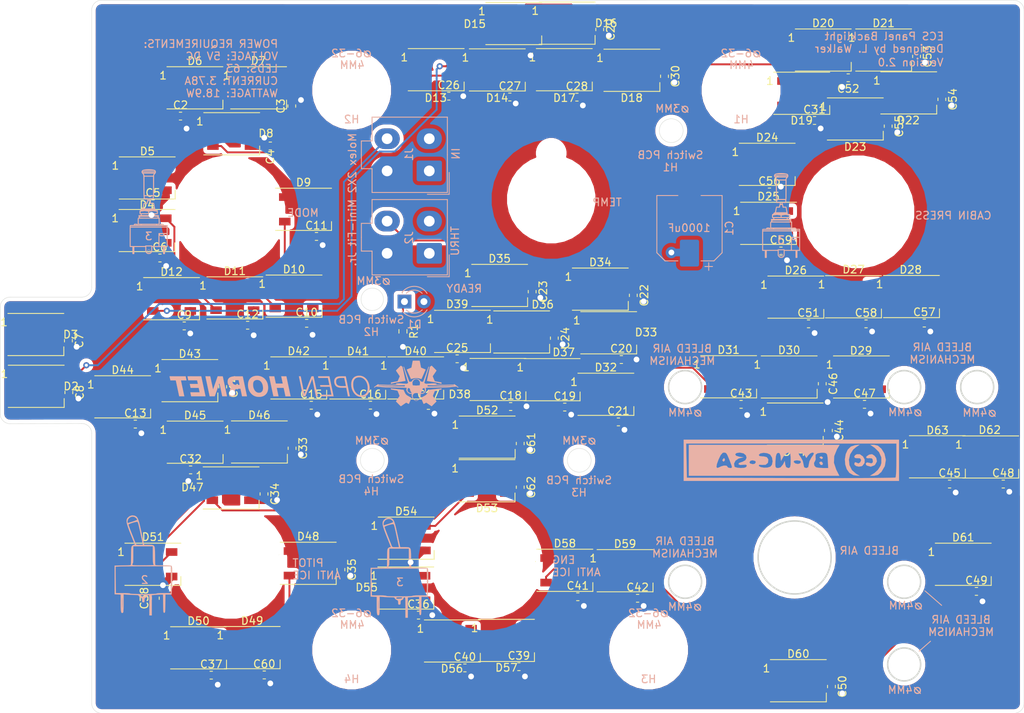
<source format=kicad_pcb>
(kicad_pcb (version 20171130) (host pcbnew "(5.1.6)-1")
  (layers (0 F.Cu signal hide) (31 B.Cu signal hide) (34 B.Paste user hide) (35 F.Paste user hide) (36 B.SilkS user) (37 F.SilkS user hide) (38 B.Mask user hide) (39 F.Mask user hide) (44 Edge.Cuts user))
  (net 0 "")
  (net 1 /LEDGND)
  (net 2 /LED+5V)
  (net 3 "Net-(D1-Pad1)")
  (net 4 "Net-(D2-Pad2)")
  (net 5 /DATAIN)
  (net 6 "Net-(D3-Pad2)")
  (net 7 "Net-(D4-Pad2)")
  (net 8 "Net-(D5-Pad2)")
  (net 9 "Net-(D6-Pad2)")
  (net 10 "Net-(D7-Pad2)")
  (net 11 "Net-(D8-Pad2)")
  (net 12 "Net-(D10-Pad4)")
  (net 13 "Net-(D10-Pad2)")
  (net 14 "Net-(D11-Pad2)")
  (net 15 "Net-(D12-Pad2)")
  (net 16 "Net-(D14-Pad2)")
  (net 17 "Net-(D15-Pad2)")
  (net 18 "Net-(D16-Pad2)")
  (net 19 "Net-(D17-Pad2)")
  (net 20 "Net-(D18-Pad2)")
  (net 21 "Net-(D19-Pad2)")
  (net 22 "Net-(D20-Pad2)")
  (net 23 "Net-(D21-Pad2)")
  (net 24 "Net-(D22-Pad2)")
  (net 25 "Net-(D23-Pad2)")
  (net 26 "Net-(D24-Pad2)")
  (net 27 "Net-(D26-Pad2)")
  (net 28 "Net-(D27-Pad2)")
  (net 29 "Net-(D28-Pad2)")
  (net 30 "Net-(D29-Pad2)")
  (net 31 "Net-(D30-Pad2)")
  (net 32 "Net-(D31-Pad2)")
  (net 33 "Net-(D32-Pad2)")
  (net 34 "Net-(D33-Pad2)")
  (net 35 "Net-(D34-Pad2)")
  (net 36 "Net-(D35-Pad2)")
  (net 37 "Net-(D36-Pad2)")
  (net 38 /DATAOUT)
  (net 39 "Net-(D38-Pad2)")
  (net 40 "Net-(D39-Pad2)")
  (net 41 "Net-(D40-Pad2)")
  (net 42 "Net-(D41-Pad2)")
  (net 43 "Net-(D42-Pad2)")
  (net 44 "Net-(D43-Pad2)")
  (net 45 "Net-(D44-Pad2)")
  (net 46 "Net-(D45-Pad2)")
  (net 47 "Net-(D46-Pad2)")
  (net 48 "Net-(D47-Pad2)")
  (net 49 "Net-(D48-Pad2)")
  (net 50 "Net-(D50-Pad2)")
  (net 51 "Net-(D51-Pad2)")
  (net 52 "Net-(D52-Pad2)")
  (net 53 "Net-(D53-Pad2)")
  (net 54 "Net-(D54-Pad2)")
  (net 55 "Net-(D55-Pad2)")
  (net 56 "Net-(D56-Pad2)")
  (net 57 "Net-(D57-Pad2)")
  (net 58 "Net-(D58-Pad2)")
  (net 59 "Net-(D59-Pad2)")
  (net 60 "Net-(D60-Pad2)")
  (net 61 "Net-(D61-Pad2)")
  (net 62 "Net-(D13-Pad2)")
  (net 63 "Net-(D25-Pad2)")
  (net 64 "Net-(D37-Pad2)")
  (net 65 "Net-(D49-Pad2)")
  (net 66 "Net-(D62-Pad2)")
  (net 67 "Net-(D63-Pad2)")
  (module OH_General:OH_LOGO_37.7mm_5.9mm (layer B.Cu) (at 62.4 116.975 180)
    (fp_text reference G*** hide)
    (fp_text value LOGO hide)
  )
  (module OH_General:CC-BY-NC-SA-Small (layer B.Cu) (at 124.75 127 180)
    (fp_text reference G*** hide)
    (fp_text value LOGO hide)
  )
  (module OH_Backlighting:OH_Panel_6-32_PHS (layer F.Cu) (at 67.31 151.7396)
    (fp_text reference REF** hide)
    (fp_text value OH_Panel_Fastner_Keepout hide)
    (fp_text user 4MM (at 0.075 -3.275 180) (layer B.SilkS) (effects (justify mirror)))
    (fp_text user H4 (at 0 3.81) (layer B.SilkS) (effects (justify mirror)))
    (fp_text user ⌀6-32 (at 0 -4.8) (layer B.SilkS) (effects (justify mirror)))
    (pad "" np_thru_hole circle (at 0 0) (size 4.3 4.3) (drill 4.3) (layers *.Cu *.Mask) (clearance 3))
  )
  (module OH_Backlighting:OH_Panel_6-32_PHS (layer F.Cu) (at 106.045 151.7396)
    (fp_text reference REF** hide)
    (fp_text value OH_Panel_Fastner_Keepout hide)
    (fp_text user 4MM (at 0.075 -3.275 180) (layer B.SilkS) (effects (justify mirror)))
    (fp_text user H3 (at 0 3.81) (layer B.SilkS) (effects (justify mirror)))
    (fp_text user ⌀6-32 (at 0 -4.8) (layer B.SilkS) (effects (justify mirror)))
    (pad "" np_thru_hole circle (at 0 0) (size 4.3 4.3) (drill 4.3) (layers *.Cu *.Mask) (clearance 3))
  )
  (module OH_Backlighting:OH_Panel_6-32_PHS (layer F.Cu) (at 118.11 78.7146)
    (fp_text reference REF** hide)
    (fp_text value OH_Panel_Fastner_Keepout hide)
    (fp_text user 4MM (at 0.075 -3.275 180) (layer B.SilkS) (effects (justify mirror)))
    (fp_text user H1 (at 0 3.81) (layer B.SilkS) (effects (justify mirror)))
    (fp_text user ⌀6-32 (at 0 -4.8) (layer B.SilkS) (effects (justify mirror)))
    (pad "" np_thru_hole circle (at 0 0) (size 4.3 4.3) (drill 4.3) (layers *.Cu *.Mask) (clearance 3))
  )
  (module OH_Backlighting:OH_Panel_6-32_PHS (layer F.Cu) (at 67.31 78.7146)
    (fp_text reference REF** hide)
    (fp_text value OH_Panel_Fastner_Keepout hide)
    (fp_text user 4MM (at 0.075 -3.275 180) (layer B.SilkS) (effects (justify mirror)))
    (fp_text user H2 (at 0 3.81) (layer B.SilkS) (effects (justify mirror)))
    (fp_text user ⌀6-32 (at 0 -4.8) (layer B.SilkS) (effects (justify mirror)))
    (pad "" np_thru_hole circle (at 0 0) (size 4.3 4.3) (drill 4.3) (layers *.Cu *.Mask) (clearance 3))
  )
  (module OH_Backlighting:BR10K_Pot_11mm_x_11mm (layer F.Cu) (at 93.345 92.9386 180)
    (fp_text reference REF** hide)
    (fp_text value BR10K_Pot_11mm_x_11mm hide)
    (pad "" np_thru_hole circle (at 0 0 180) (size 9.525 9.525) (drill 9.525) (layers *.Mask B.Cu) (clearance 3))
    (pad "" np_thru_hole circle (at 0 6 180) (size 2 2) (drill 2) (layers *.Cu *.Mask) (clearance 1))
    (pad "" np_thru_hole circle (at 0 0 180) (size 9.525 9.525) (drill 9.525) (layers *.Mask F.Cu) (clearance 1))
  )
  (module OH_Backlighting:631H_Toggle_13mm_x_13mm (layer F.Cu) (at 84.899499 140.3096)
    (fp_text reference REF** hide)
    (fp_text value 631H_Toggle_13mm_x_13mm hide)
    (pad "" np_thru_hole circle (at 0 0) (size 12.7 12.7) (drill 12.7) (layers B.Cu) (clearance 2.5))
    (pad "" np_thru_hole circle (at 0 0) (size 12.7 12.7) (drill 12.7) (layers *.Mask F.Cu) (clearance 1))
  )
  (module OH_Backlighting:631H_Toggle_Silkscreen (layer F.Cu) (at 73.5 141)
    (fp_text reference G*** hide)
    (fp_text value "631H Toggle" hide)
  )
  (module OH_Backlighting:631H_Toggle_Silkscreen (layer F.Cu) (at 40.1 140.7)
    (fp_text reference G*** hide)
    (fp_text value "631H Toggle" hide)
  )
  (module OH_Backlighting:631H_Toggle_13mm_x_13mm (layer F.Cu) (at 51.562 140.3096)
    (fp_text reference 5 hide)
    (fp_text value 631H_Toggle_13mm_x_13mm hide)
    (pad "" np_thru_hole circle (at 0 0) (size 12.7 12.7) (drill 12.7) (layers B.Cu) (clearance 2.5))
    (pad "" np_thru_hole circle (at 0 0) (size 12.7 12.7) (drill 12.7) (layers *.Mask F.Cu) (clearance 1))
  )
  (module OH_Backlighting:S3AL_Toggle_Silkscreen (layer F.Cu) (at 123.2 95.2)
    (fp_text reference G*** hide)
    (fp_text value "S3AL Toggle" hide)
    (fp_text user 3 (at 0.125 3.075) (layer B.SilkS) (effects (justify mirror)))
  )
  (module OH_Backlighting:SxAL_Toggle_13x13mm (layer F.Cu) (at 133.35 94.5896)
    (fp_text reference 3 hide)
    (fp_text value SxAL_Toggle_13x13mm hide)
    (pad "" np_thru_hole circle (at 0 0) (size 12.7 12.7) (drill 12.7) (layers *.Mask F.Cu) (clearance 1))
    (pad "" np_thru_hole circle (at 0 0) (size 12.7 12.7) (drill 12.7) (layers *.Mask B.Cu) (clearance 2.65))
  )
  (module OH_Backlighting:S3AL_Toggle_Silkscreen (layer F.Cu) (at 40.7 94.7)
    (fp_text reference G*** hide)
    (fp_text value "S3AL Toggle" hide)
    (fp_text user 3 (at 0.125 3.075) (layer B.SilkS) (effects (justify mirror)))
  )
  (module OH_Backlighting:SxAL_Toggle_13x13mm (layer F.Cu) (at 51.308 94.5896)
    (fp_text reference 1 hide)
    (fp_text value SxAL_Toggle_13x13mm hide)
    (pad "" np_thru_hole circle (at 0 0) (size 12.7 12.7) (drill 12.7) (layers *.Mask F.Cu) (clearance 1))
    (pad "" np_thru_hole circle (at 0 0) (size 12.7 12.7) (drill 12.7) (layers *.Mask B.Cu) (clearance 2.65))
  )
  (module LED_SMD:LED_WS2812B_PLCC4_5.0x5.0mm_P3.2mm (layer F.Cu) (at 51.6636 84.4042)
    (fp_text reference D8 (at 4.4704 -0.0508) (layer F.SilkS))
    (fp_text value WS2812B)
    (fp_text user 1 (at -4.15 -1.6) (layer F.SilkS))
    (pad 1 smd rect (at -2.45 -1.6) (size 1.5 1) (layers F.Cu F.Paste F.Mask) (net 2 /LED+5V))
    (pad 2 smd rect (at -2.45 1.6) (size 1.5 1) (layers F.Cu F.Paste F.Mask) (net 11 "Net-(D8-Pad2)"))
    (pad 4 smd rect (at 2.45 -1.6) (size 1.5 1) (layers F.Cu F.Paste F.Mask) (net 10 "Net-(D7-Pad2)"))
    (pad 3 smd rect (at 2.45 1.6) (size 1.5 1) (layers F.Cu F.Paste F.Mask) (net 1 /LEDGND))
  )
  (module Capacitor_SMD:C_0603_1608Metric (layer F.Cu) (at 89.3 130.512 270)
    (fp_text reference C62 (at 0 -1.43 90) (layer F.SilkS))
    (fp_text value C)
    (pad 2 smd roundrect (at 0.7875 0 270) (size 0.875 0.95) (layers F.Cu F.Paste F.Mask) (net 1 /LEDGND))
    (pad 1 smd roundrect (at -0.7875 0 270) (size 0.875 0.95) (layers F.Cu F.Paste F.Mask) (net 2 /LED+5V))
  )
  (module Capacitor_SMD:C_0603_1608Metric (layer F.Cu) (at 89.3 124.812 270)
    (fp_text reference C61 (at 0 -1.43 90) (layer F.SilkS))
    (fp_text value C)
    (pad 2 smd roundrect (at 0.7875 0 270) (size 0.875 0.95) (layers F.Cu F.Paste F.Mask) (net 1 /LEDGND))
    (pad 1 smd roundrect (at -0.7875 0 270) (size 0.875 0.95) (layers F.Cu F.Paste F.Mask) (net 2 /LED+5V))
  )
  (module Capacitor_SMD:C_0603_1608Metric (layer F.Cu) (at 55.9125 155)
    (fp_text reference C60 (at 0 -1.43) (layer F.SilkS))
    (fp_text value C)
    (pad 2 smd roundrect (at 0.7875 0) (size 0.875 0.95) (layers F.Cu F.Paste F.Mask) (net 1 /LEDGND))
    (pad 1 smd roundrect (at -0.7875 0) (size 0.875 0.95) (layers F.Cu F.Paste F.Mask) (net 2 /LED+5V))
  )
  (module Capacitor_SMD:C_0603_1608Metric (layer F.Cu) (at 123.312 99.7)
    (fp_text reference C59 (at 0 -1.43) (layer F.SilkS))
    (fp_text value C)
    (pad 2 smd roundrect (at 0.7875 0) (size 0.875 0.95) (layers F.Cu F.Paste F.Mask) (net 1 /LEDGND))
    (pad 1 smd roundrect (at -0.7875 0) (size 0.875 0.95) (layers F.Cu F.Paste F.Mask) (net 2 /LED+5V))
  )
  (module Capacitor_SMD:C_0603_1608Metric (layer F.Cu) (at 134.412 109.2)
    (fp_text reference C58 (at 0 -1.43) (layer F.SilkS))
    (fp_text value C)
    (pad 2 smd roundrect (at 0.7875 0) (size 0.875 0.95) (layers F.Cu F.Paste F.Mask) (net 1 /LEDGND))
    (pad 1 smd roundrect (at -0.7875 0) (size 0.875 0.95) (layers F.Cu F.Paste F.Mask) (net 2 /LED+5V))
  )
  (module Capacitor_SMD:C_0603_1608Metric (layer F.Cu) (at 142.012 109.1)
    (fp_text reference C57 (at 0 -1.43) (layer F.SilkS))
    (fp_text value C)
    (pad 2 smd roundrect (at 0.7875 0) (size 0.875 0.95) (layers F.Cu F.Paste F.Mask) (net 1 /LEDGND))
    (pad 1 smd roundrect (at -0.7875 0) (size 0.875 0.95) (layers F.Cu F.Paste F.Mask) (net 2 /LED+5V))
  )
  (module Capacitor_SMD:C_0603_1608Metric (layer F.Cu) (at 121.812 92)
    (fp_text reference C56 (at 0 -1.43) (layer F.SilkS))
    (fp_text value C)
    (pad 2 smd roundrect (at 0.7875 0) (size 0.875 0.95) (layers F.Cu F.Paste F.Mask) (net 1 /LEDGND))
    (pad 1 smd roundrect (at -0.7875 0) (size 0.875 0.95) (layers F.Cu F.Paste F.Mask) (net 2 /LED+5V))
  )
  (module Capacitor_SMD:C_0603_1608Metric (layer F.Cu) (at 137.3 83.4125 270)
    (fp_text reference C55 (at 0 -1.43 90) (layer F.SilkS))
    (fp_text value C)
    (pad 2 smd roundrect (at 0.7875 0 270) (size 0.875 0.95) (layers F.Cu F.Paste F.Mask) (net 1 /LEDGND))
    (pad 1 smd roundrect (at -0.7875 0 270) (size 0.875 0.95) (layers F.Cu F.Paste F.Mask) (net 2 /LED+5V))
  )
  (module Capacitor_SMD:C_0603_1608Metric (layer F.Cu) (at 144.3 79.9125 270)
    (fp_text reference C54 (at 0 -1.43 90) (layer F.SilkS))
    (fp_text value C)
    (pad 2 smd roundrect (at 0.7875 0 270) (size 0.875 0.95) (layers F.Cu F.Paste F.Mask) (net 1 /LEDGND))
    (pad 1 smd roundrect (at -0.7875 0 270) (size 0.875 0.95) (layers F.Cu F.Paste F.Mask) (net 2 /LED+5V))
  )
  (module Capacitor_SMD:C_0603_1608Metric (layer F.Cu) (at 141 74.3125 270)
    (fp_text reference C53 (at 0 -1.43 90) (layer F.SilkS))
    (fp_text value C)
    (pad 2 smd roundrect (at 0.7875 0 270) (size 0.875 0.95) (layers F.Cu F.Paste F.Mask) (net 1 /LEDGND))
    (pad 1 smd roundrect (at -0.7875 0 270) (size 0.875 0.95) (layers F.Cu F.Paste F.Mask) (net 2 /LED+5V))
  )
  (module Capacitor_SMD:C_0603_1608Metric (layer F.Cu) (at 132.088 77.1 180)
    (fp_text reference C52 (at 0 -1.43) (layer F.SilkS))
    (fp_text value C)
    (pad 2 smd roundrect (at 0.7875 0 180) (size 0.875 0.95) (layers F.Cu F.Paste F.Mask) (net 1 /LEDGND))
    (pad 1 smd roundrect (at -0.7875 0 180) (size 0.875 0.95) (layers F.Cu F.Paste F.Mask) (net 2 /LED+5V))
  )
  (module Capacitor_SMD:C_0603_1608Metric (layer F.Cu) (at 126.912 109.2)
    (fp_text reference C51 (at 0 -1.43) (layer F.SilkS))
    (fp_text value C)
    (pad 2 smd roundrect (at 0.7875 0) (size 0.875 0.95) (layers F.Cu F.Paste F.Mask) (net 1 /LEDGND))
    (pad 1 smd roundrect (at -0.7875 0) (size 0.875 0.95) (layers F.Cu F.Paste F.Mask) (net 2 /LED+5V))
  )
  (module Capacitor_SMD:C_0603_1608Metric (layer F.Cu) (at 129.9 156.512 270)
    (fp_text reference C50 (at 0 -1.43 90) (layer F.SilkS))
    (fp_text value C)
    (pad 2 smd roundrect (at 0.7875 0 270) (size 0.875 0.95) (layers F.Cu F.Paste F.Mask) (net 1 /LEDGND))
    (pad 1 smd roundrect (at -0.7875 0 270) (size 0.875 0.95) (layers F.Cu F.Paste F.Mask) (net 2 /LED+5V))
  )
  (module Capacitor_SMD:C_0603_1608Metric (layer F.Cu) (at 148.812 144.1)
    (fp_text reference C49 (at 0 -1.43) (layer F.SilkS))
    (fp_text value C)
    (pad 2 smd roundrect (at 0.7875 0) (size 0.875 0.95) (layers F.Cu F.Paste F.Mask) (net 1 /LEDGND))
    (pad 1 smd roundrect (at -0.7875 0) (size 0.875 0.95) (layers F.Cu F.Paste F.Mask) (net 2 /LED+5V))
  )
  (module Capacitor_SMD:C_0603_1608Metric (layer F.Cu) (at 152.312 130.1)
    (fp_text reference C48 (at 0 -1.43) (layer F.SilkS))
    (fp_text value C)
    (pad 2 smd roundrect (at 0.7875 0) (size 0.875 0.95) (layers F.Cu F.Paste F.Mask) (net 1 /LEDGND))
    (pad 1 smd roundrect (at -0.7875 0) (size 0.875 0.95) (layers F.Cu F.Paste F.Mask) (net 2 /LED+5V))
  )
  (module Capacitor_SMD:C_0603_1608Metric (layer F.Cu) (at 134.212 119.7)
    (fp_text reference C47 (at 0 -1.43) (layer F.SilkS))
    (fp_text value C)
    (pad 2 smd roundrect (at 0.7875 0) (size 0.875 0.95) (layers F.Cu F.Paste F.Mask) (net 1 /LEDGND))
    (pad 1 smd roundrect (at -0.7875 0) (size 0.875 0.95) (layers F.Cu F.Paste F.Mask) (net 2 /LED+5V))
  )
  (module Capacitor_SMD:C_0603_1608Metric (layer F.Cu) (at 128.7 117.012 270)
    (fp_text reference C46 (at 0 -1.43 90) (layer F.SilkS))
    (fp_text value C)
    (pad 2 smd roundrect (at 0.7875 0 270) (size 0.875 0.95) (layers F.Cu F.Paste F.Mask) (net 1 /LEDGND))
    (pad 1 smd roundrect (at -0.7875 0 270) (size 0.875 0.95) (layers F.Cu F.Paste F.Mask) (net 2 /LED+5V))
  )
  (module Capacitor_SMD:C_0603_1608Metric (layer F.Cu) (at 145.312 130.1)
    (fp_text reference C45 (at 0 -1.43) (layer F.SilkS))
    (fp_text value C)
    (pad 2 smd roundrect (at 0.7875 0) (size 0.875 0.95) (layers F.Cu F.Paste F.Mask) (net 1 /LEDGND))
    (pad 1 smd roundrect (at -0.7875 0) (size 0.875 0.95) (layers F.Cu F.Paste F.Mask) (net 2 /LED+5V))
  )
  (module Capacitor_SMD:C_0603_1608Metric (layer F.Cu) (at 129.5 123.112 270)
    (fp_text reference C44 (at 0 -1.43 90) (layer F.SilkS))
    (fp_text value C)
    (pad 2 smd roundrect (at 0.7875 0 270) (size 0.875 0.95) (layers F.Cu F.Paste F.Mask) (net 1 /LEDGND))
    (pad 1 smd roundrect (at -0.7875 0 270) (size 0.875 0.95) (layers F.Cu F.Paste F.Mask) (net 2 /LED+5V))
  )
  (module Capacitor_SMD:C_0603_1608Metric (layer F.Cu) (at 118.112 119.7)
    (fp_text reference C43 (at 0 -1.43) (layer F.SilkS))
    (fp_text value C)
    (pad 2 smd roundrect (at 0.7875 0) (size 0.875 0.95) (layers F.Cu F.Paste F.Mask) (net 1 /LEDGND))
    (pad 1 smd roundrect (at -0.7875 0) (size 0.875 0.95) (layers F.Cu F.Paste F.Mask) (net 2 /LED+5V))
  )
  (module Capacitor_SMD:C_0603_1608Metric (layer F.Cu) (at 104.612 145)
    (fp_text reference C42 (at 0 -1.43) (layer F.SilkS))
    (fp_text value C)
    (pad 2 smd roundrect (at 0.7875 0) (size 0.875 0.95) (layers F.Cu F.Paste F.Mask) (net 1 /LEDGND))
    (pad 1 smd roundrect (at -0.7875 0) (size 0.875 0.95) (layers F.Cu F.Paste F.Mask) (net 2 /LED+5V))
  )
  (module Capacitor_SMD:C_0603_1608Metric (layer F.Cu) (at 96.8125 144.8)
    (fp_text reference C41 (at 0 -1.43) (layer F.SilkS))
    (fp_text value C)
    (pad 2 smd roundrect (at 0.7875 0) (size 0.875 0.95) (layers F.Cu F.Paste F.Mask) (net 1 /LEDGND))
    (pad 1 smd roundrect (at -0.7875 0) (size 0.875 0.95) (layers F.Cu F.Paste F.Mask) (net 2 /LED+5V))
  )
  (module Capacitor_SMD:C_0603_1608Metric (layer F.Cu) (at 82.0825 154.08)
    (fp_text reference C40 (at 0 -1.43) (layer F.SilkS))
    (fp_text value C)
    (pad 2 smd roundrect (at 0.7875 0) (size 0.875 0.95) (layers F.Cu F.Paste F.Mask) (net 1 /LEDGND))
    (pad 1 smd roundrect (at -0.7875 0) (size 0.875 0.95) (layers F.Cu F.Paste F.Mask) (net 2 /LED+5V))
  )
  (module Capacitor_SMD:C_0603_1608Metric (layer F.Cu) (at 89.1285 153.924)
    (fp_text reference C39 (at 0 -1.43) (layer F.SilkS))
    (fp_text value C)
    (pad 2 smd roundrect (at 0.7875 0) (size 0.875 0.95) (layers F.Cu F.Paste F.Mask) (net 1 /LEDGND))
    (pad 1 smd roundrect (at -0.7875 0) (size 0.875 0.95) (layers F.Cu F.Paste F.Mask) (net 2 /LED+5V))
  )
  (module Capacitor_SMD:C_0603_1608Metric (layer F.Cu) (at 41.7 144.9875 90)
    (fp_text reference C38 (at 0 -1.43 90) (layer F.SilkS))
    (fp_text value C)
    (pad 2 smd roundrect (at 0.7875 0 90) (size 0.875 0.95) (layers F.Cu F.Paste F.Mask) (net 1 /LEDGND))
    (pad 1 smd roundrect (at -0.7875 0 90) (size 0.875 0.95) (layers F.Cu F.Paste F.Mask) (net 2 /LED+5V))
  )
  (module Capacitor_SMD:C_0603_1608Metric (layer F.Cu) (at 48.9925 155.03)
    (fp_text reference C37 (at 0 -1.43) (layer F.SilkS))
    (fp_text value C)
    (pad 2 smd roundrect (at 0.7875 0) (size 0.875 0.95) (layers F.Cu F.Paste F.Mask) (net 1 /LEDGND))
    (pad 1 smd roundrect (at -0.7875 0) (size 0.875 0.95) (layers F.Cu F.Paste F.Mask) (net 2 /LED+5V))
  )
  (module Capacitor_SMD:C_0603_1608Metric (layer F.Cu) (at 76.0325 147.2)
    (fp_text reference C36 (at 0 -1.43) (layer F.SilkS))
    (fp_text value C)
    (pad 2 smd roundrect (at 0.7875 0) (size 0.875 0.95) (layers F.Cu F.Paste F.Mask) (net 1 /LEDGND))
    (pad 1 smd roundrect (at -0.7875 0) (size 0.875 0.95) (layers F.Cu F.Paste F.Mask) (net 2 /LED+5V))
  )
  (module Capacitor_SMD:C_0603_1608Metric (layer F.Cu) (at 65.91 141.262 270)
    (fp_text reference C35 (at 0 -1.43 90) (layer F.SilkS))
    (fp_text value C)
    (pad 2 smd roundrect (at 0.7875 0 270) (size 0.875 0.95) (layers F.Cu F.Paste F.Mask) (net 1 /LEDGND))
    (pad 1 smd roundrect (at -0.7875 0 270) (size 0.875 0.95) (layers F.Cu F.Paste F.Mask) (net 2 /LED+5V))
  )
  (module Capacitor_SMD:C_0603_1608Metric (layer F.Cu) (at 55.88 131.392 270)
    (fp_text reference C34 (at 0 -1.43 90) (layer F.SilkS))
    (fp_text value C)
    (pad 2 smd roundrect (at 0.7875 0 270) (size 0.875 0.95) (layers F.Cu F.Paste F.Mask) (net 1 /LEDGND))
    (pad 1 smd roundrect (at -0.7875 0 270) (size 0.875 0.95) (layers F.Cu F.Paste F.Mask) (net 2 /LED+5V))
  )
  (module Capacitor_SMD:C_0603_1608Metric (layer F.Cu) (at 59.54 125.432 270)
    (fp_text reference C33 (at 0 -1.43 90) (layer F.SilkS))
    (fp_text value C)
    (pad 2 smd roundrect (at 0.7875 0 270) (size 0.875 0.95) (layers F.Cu F.Paste F.Mask) (net 1 /LEDGND))
    (pad 1 smd roundrect (at -0.7875 0 270) (size 0.875 0.95) (layers F.Cu F.Paste F.Mask) (net 2 /LED+5V))
  )
  (module Capacitor_SMD:C_0603_1608Metric (layer F.Cu) (at 46.3025 128.25)
    (fp_text reference C32 (at 0 -1.43) (layer F.SilkS))
    (fp_text value C)
    (pad 2 smd roundrect (at 0.7875 0) (size 0.875 0.95) (layers F.Cu F.Paste F.Mask) (net 1 /LEDGND))
    (pad 1 smd roundrect (at -0.7875 0) (size 0.875 0.95) (layers F.Cu F.Paste F.Mask) (net 2 /LED+5V))
  )
  (module Connector_Molex:Molex_Mini-Fit_Jr_5566-04A_2x02_P4.20mm_Vertical (layer B.Cu) (at 77.436 100 90)
    (fp_text reference J2 (at 2.0276 -2.636 90) (layer B.SilkS) (effects (justify mirror)))
    (fp_text value Conn_01x04_Female)
    (pad 4 thru_hole oval (at 4.2 -5.5 90) (size 2.7 3.3) (drill 1.4) (layers *.Cu *.Mask) (net 38 /DATAOUT))
    (pad 3 thru_hole oval (at 0 -5.5 90) (size 2.7 3.3) (drill 1.4) (layers *.Cu *.Mask) (net 1 /LEDGND))
    (pad 2 thru_hole oval (at 4.2 0 90) (size 2.7 3.3) (drill 1.4) (layers *.Cu *.Mask) (net 2 /LED+5V))
    (pad 1 thru_hole roundrect (at 0 0 90) (size 2.7 3.3) (drill 1.4) (layers *.Cu *.Mask) (roundrect_rratio 0.09259299999999999) (net 2 /LED+5V))
  )
  (module Connector_Molex:Molex_Mini-Fit_Jr_5566-04A_2x02_P4.20mm_Vertical (layer B.Cu) (at 77.436 89.2486 90)
    (fp_text reference J1 (at 2.1486 -2.636 90) (layer B.SilkS) (effects (justify mirror)))
    (fp_text value Conn_01x04_Female)
    (pad 4 thru_hole oval (at 4.2 -5.5 90) (size 2.7 3.3) (drill 1.4) (layers *.Cu *.Mask) (net 5 /DATAIN))
    (pad 3 thru_hole oval (at 0 -5.5 90) (size 2.7 3.3) (drill 1.4) (layers *.Cu *.Mask) (net 1 /LEDGND))
    (pad 2 thru_hole oval (at 4.2 0 90) (size 2.7 3.3) (drill 1.4) (layers *.Cu *.Mask) (net 2 /LED+5V))
    (pad 1 thru_hole roundrect (at 0 0 90) (size 2.7 3.3) (drill 1.4) (layers *.Cu *.Mask) (roundrect_rratio 0.09259299999999999) (net 2 /LED+5V))
  )
  (module Capacitor_SMD:C_0603_1608Metric (layer F.Cu) (at 127.688 82.67)
    (fp_text reference C31 (at 0 -1.43) (layer F.SilkS))
    (fp_text value C)
    (pad 2 smd roundrect (at 0.7875 0) (size 0.875 0.95) (layers F.Cu F.Paste F.Mask) (net 1 /LEDGND))
    (pad 1 smd roundrect (at -0.7875 0) (size 0.875 0.95) (layers F.Cu F.Paste F.Mask) (net 2 /LED+5V))
  )
  (module Capacitor_SMD:C_0603_1608Metric (layer F.Cu) (at 108.12 76.9025 270)
    (fp_text reference C30 (at 0 -1.43 90) (layer F.SilkS))
    (fp_text value C)
    (pad 2 smd roundrect (at 0.7875 0 270) (size 0.875 0.95) (layers F.Cu F.Paste F.Mask) (net 1 /LEDGND))
    (pad 1 smd roundrect (at -0.7875 0 270) (size 0.875 0.95) (layers F.Cu F.Paste F.Mask) (net 2 /LED+5V))
  )
  (module Capacitor_SMD:C_0603_1608Metric (layer F.Cu) (at 99.67 70.8025 270)
    (fp_text reference C29 (at 0 -1.43 90) (layer F.SilkS))
    (fp_text value C)
    (pad 2 smd roundrect (at 0.7875 0 270) (size 0.875 0.95) (layers F.Cu F.Paste F.Mask) (net 1 /LEDGND))
    (pad 1 smd roundrect (at -0.7875 0 270) (size 0.875 0.95) (layers F.Cu F.Paste F.Mask) (net 2 /LED+5V))
  )
  (module Capacitor_SMD:C_0603_1608Metric (layer F.Cu) (at 96.6925 79.63)
    (fp_text reference C28 (at 0 -1.43) (layer F.SilkS))
    (fp_text value C)
    (pad 2 smd roundrect (at 0.7875 0) (size 0.875 0.95) (layers F.Cu F.Paste F.Mask) (net 1 /LEDGND))
    (pad 1 smd roundrect (at -0.7875 0) (size 0.875 0.95) (layers F.Cu F.Paste F.Mask) (net 2 /LED+5V))
  )
  (module Capacitor_SMD:C_0603_1608Metric (layer F.Cu) (at 87.9425 79.61)
    (fp_text reference C27 (at 0 -1.43) (layer F.SilkS))
    (fp_text value C)
    (pad 2 smd roundrect (at 0.7875 0) (size 0.875 0.95) (layers F.Cu F.Paste F.Mask) (net 1 /LEDGND))
    (pad 1 smd roundrect (at -0.7875 0) (size 0.875 0.95) (layers F.Cu F.Paste F.Mask) (net 2 /LED+5V))
  )
  (module Capacitor_SMD:C_0603_1608Metric (layer F.Cu) (at 79.9825 79.5)
    (fp_text reference C26 (at 0 -1.43) (layer F.SilkS))
    (fp_text value C)
    (pad 2 smd roundrect (at 0.7875 0) (size 0.875 0.95) (layers F.Cu F.Paste F.Mask) (net 1 /LEDGND))
    (pad 1 smd roundrect (at -0.7875 0) (size 0.875 0.95) (layers F.Cu F.Paste F.Mask) (net 2 /LED+5V))
  )
  (module Capacitor_SMD:C_0603_1608Metric (layer F.Cu) (at 81.0725 113.76)
    (fp_text reference C25 (at 0 -1.43) (layer F.SilkS))
    (fp_text value C)
    (pad 2 smd roundrect (at 0.7875 0) (size 0.875 0.95) (layers F.Cu F.Paste F.Mask) (net 1 /LEDGND))
    (pad 1 smd roundrect (at -0.7875 0) (size 0.875 0.95) (layers F.Cu F.Paste F.Mask) (net 2 /LED+5V))
  )
  (module Capacitor_SMD:C_0603_1608Metric (layer F.Cu) (at 93.75 111.068 270)
    (fp_text reference C24 (at 0 -1.43 90) (layer F.SilkS))
    (fp_text value C)
    (pad 2 smd roundrect (at 0.7875 0 270) (size 0.875 0.95) (layers F.Cu F.Paste F.Mask) (net 1 /LEDGND))
    (pad 1 smd roundrect (at -0.7875 0 270) (size 0.875 0.95) (layers F.Cu F.Paste F.Mask) (net 2 /LED+5V))
  )
  (module Capacitor_SMD:C_0603_1608Metric (layer F.Cu) (at 90.86 105.002 270)
    (fp_text reference C23 (at 0 -1.43 90) (layer F.SilkS))
    (fp_text value C)
    (pad 2 smd roundrect (at 0.7875 0 270) (size 0.875 0.95) (layers F.Cu F.Paste F.Mask) (net 1 /LEDGND))
    (pad 1 smd roundrect (at -0.7875 0 270) (size 0.875 0.95) (layers F.Cu F.Paste F.Mask) (net 2 /LED+5V))
  )
  (module Capacitor_SMD:C_0603_1608Metric (layer F.Cu) (at 104.05 105.482 270)
    (fp_text reference C22 (at 0 -1.43 90) (layer F.SilkS))
    (fp_text value C)
    (pad 2 smd roundrect (at 0.7875 0 270) (size 0.875 0.95) (layers F.Cu F.Paste F.Mask) (net 1 /LEDGND))
    (pad 1 smd roundrect (at -0.7875 0 270) (size 0.875 0.95) (layers F.Cu F.Paste F.Mask) (net 2 /LED+5V))
  )
  (module Capacitor_SMD:C_0603_1608Metric (layer F.Cu) (at 102.11 121.99)
    (fp_text reference C21 (at 0 -1.43) (layer F.SilkS))
    (fp_text value C)
    (pad 2 smd roundrect (at 0.7875 0) (size 0.875 0.95) (layers F.Cu F.Paste F.Mask) (net 1 /LEDGND))
    (pad 1 smd roundrect (at -0.7875 0) (size 0.875 0.95) (layers F.Cu F.Paste F.Mask) (net 2 /LED+5V))
  )
  (module Capacitor_SMD:C_0603_1608Metric (layer F.Cu) (at 102.492 113.86)
    (fp_text reference C20 (at 0 -1.43) (layer F.SilkS))
    (fp_text value C)
    (pad 2 smd roundrect (at 0.7875 0) (size 0.875 0.95) (layers F.Cu F.Paste F.Mask) (net 1 /LEDGND))
    (pad 1 smd roundrect (at -0.7875 0) (size 0.875 0.95) (layers F.Cu F.Paste F.Mask) (net 2 /LED+5V))
  )
  (module Capacitor_SMD:C_0603_1608Metric (layer F.Cu) (at 95.11 120.06)
    (fp_text reference C19 (at 0 -1.43) (layer F.SilkS))
    (fp_text value C)
    (pad 2 smd roundrect (at 0.7875 0) (size 0.875 0.95) (layers F.Cu F.Paste F.Mask) (net 1 /LEDGND))
    (pad 1 smd roundrect (at -0.7875 0) (size 0.875 0.95) (layers F.Cu F.Paste F.Mask) (net 2 /LED+5V))
  )
  (module Capacitor_SMD:C_0603_1608Metric (layer F.Cu) (at 88.0525 119.99)
    (fp_text reference C18 (at 0 -1.43) (layer F.SilkS))
    (fp_text value C)
    (pad 2 smd roundrect (at 0.7875 0) (size 0.875 0.95) (layers F.Cu F.Paste F.Mask) (net 1 /LEDGND))
    (pad 1 smd roundrect (at -0.7875 0) (size 0.875 0.95) (layers F.Cu F.Paste F.Mask) (net 2 /LED+5V))
  )
  (module Capacitor_SMD:C_0603_1608Metric (layer F.Cu) (at 77.3225 119.84)
    (fp_text reference C17 (at 0 -1.43) (layer F.SilkS))
    (fp_text value C)
    (pad 2 smd roundrect (at 0.7875 0) (size 0.875 0.95) (layers F.Cu F.Paste F.Mask) (net 1 /LEDGND))
    (pad 1 smd roundrect (at -0.7875 0) (size 0.875 0.95) (layers F.Cu F.Paste F.Mask) (net 2 /LED+5V))
  )
  (module Capacitor_SMD:C_0603_1608Metric (layer F.Cu) (at 69.7625 119.81)
    (fp_text reference C16 (at 0 -1.43) (layer F.SilkS))
    (fp_text value C)
    (pad 2 smd roundrect (at 0.7875 0) (size 0.875 0.95) (layers F.Cu F.Paste F.Mask) (net 1 /LEDGND))
    (pad 1 smd roundrect (at -0.7875 0) (size 0.875 0.95) (layers F.Cu F.Paste F.Mask) (net 2 /LED+5V))
  )
  (module Capacitor_SMD:C_0603_1608Metric (layer F.Cu) (at 62.0425 119.82)
    (fp_text reference C15 (at 0 -1.43) (layer F.SilkS))
    (fp_text value C)
    (pad 2 smd roundrect (at 0.7875 0) (size 0.875 0.95) (layers F.Cu F.Paste F.Mask) (net 1 /LEDGND))
    (pad 1 smd roundrect (at -0.7875 0) (size 0.875 0.95) (layers F.Cu F.Paste F.Mask) (net 2 /LED+5V))
  )
  (module Capacitor_SMD:C_0603_1608Metric (layer F.Cu) (at 50.49 117.412 270)
    (fp_text reference C14 (at 0 -1.43 90) (layer F.SilkS))
    (fp_text value C)
    (pad 2 smd roundrect (at 0.7875 0 270) (size 0.875 0.95) (layers F.Cu F.Paste F.Mask) (net 1 /LEDGND))
    (pad 1 smd roundrect (at -0.7875 0 270) (size 0.875 0.95) (layers F.Cu F.Paste F.Mask) (net 2 /LED+5V))
  )
  (module Capacitor_SMD:C_0603_1608Metric (layer F.Cu) (at 39.0925 122.28)
    (fp_text reference C13 (at 0 -1.43) (layer F.SilkS))
    (fp_text value C)
    (pad 2 smd roundrect (at 0.7875 0) (size 0.875 0.95) (layers F.Cu F.Paste F.Mask) (net 1 /LEDGND))
    (pad 1 smd roundrect (at -0.7875 0) (size 0.875 0.95) (layers F.Cu F.Paste F.Mask) (net 2 /LED+5V))
  )
  (module Capacitor_SMD:C_0603_1608Metric (layer F.Cu) (at 53.7425 109.38)
    (fp_text reference C12 (at 0 -1.43) (layer F.SilkS))
    (fp_text value C)
    (pad 2 smd roundrect (at 0.7875 0) (size 0.875 0.95) (layers F.Cu F.Paste F.Mask) (net 1 /LEDGND))
    (pad 1 smd roundrect (at -0.7875 0) (size 0.875 0.95) (layers F.Cu F.Paste F.Mask) (net 2 /LED+5V))
  )
  (module Capacitor_SMD:C_0603_1608Metric (layer F.Cu) (at 62.7225 97.8)
    (fp_text reference C11 (at 0 -1.43) (layer F.SilkS))
    (fp_text value C)
    (pad 2 smd roundrect (at 0.7875 0) (size 0.875 0.95) (layers F.Cu F.Paste F.Mask) (net 1 /LEDGND))
    (pad 1 smd roundrect (at -0.7875 0) (size 0.875 0.95) (layers F.Cu F.Paste F.Mask) (net 2 /LED+5V))
  )
  (module Capacitor_SMD:C_0603_1608Metric (layer F.Cu) (at 61.4425 109.13)
    (fp_text reference C10 (at 0 -1.43) (layer F.SilkS))
    (fp_text value C)
    (pad 2 smd roundrect (at 0.7875 0) (size 0.875 0.95) (layers F.Cu F.Paste F.Mask) (net 1 /LEDGND))
    (pad 1 smd roundrect (at -0.7875 0) (size 0.875 0.95) (layers F.Cu F.Paste F.Mask) (net 2 /LED+5V))
  )
  (module Capacitor_SMD:C_0603_1608Metric (layer F.Cu) (at 45.4725 109.47)
    (fp_text reference C9 (at 0 -1.43) (layer F.SilkS))
    (fp_text value C)
    (pad 2 smd roundrect (at 0.7875 0) (size 0.875 0.95) (layers F.Cu F.Paste F.Mask) (net 1 /LEDGND))
    (pad 1 smd roundrect (at -0.7875 0) (size 0.875 0.95) (layers F.Cu F.Paste F.Mask) (net 2 /LED+5V))
  )
  (module Capacitor_SMD:C_0603_1608Metric (layer F.Cu) (at 30.42 118.152 270)
    (fp_text reference C8 (at 0 -1.43 90) (layer F.SilkS))
    (fp_text value C)
    (pad 2 smd roundrect (at 0.7875 0 270) (size 0.875 0.95) (layers F.Cu F.Paste F.Mask) (net 1 /LEDGND))
    (pad 1 smd roundrect (at -0.7875 0 270) (size 0.875 0.95) (layers F.Cu F.Paste F.Mask) (net 2 /LED+5V))
  )
  (module Capacitor_SMD:C_0603_1608Metric (layer F.Cu) (at 30.36 111.402 270)
    (fp_text reference C7 (at 0 -1.43 90) (layer F.SilkS))
    (fp_text value C)
    (pad 2 smd roundrect (at 0.7875 0 270) (size 0.875 0.95) (layers F.Cu F.Paste F.Mask) (net 1 /LEDGND))
    (pad 1 smd roundrect (at -0.7875 0 270) (size 0.875 0.95) (layers F.Cu F.Paste F.Mask) (net 2 /LED+5V))
  )
  (module Capacitor_SMD:C_0603_1608Metric (layer F.Cu) (at 42.3025 100.61)
    (fp_text reference C6 (at 0 -1.43) (layer F.SilkS))
    (fp_text value C)
    (pad 2 smd roundrect (at 0.7875 0) (size 0.875 0.95) (layers F.Cu F.Paste F.Mask) (net 1 /LEDGND))
    (pad 1 smd roundrect (at -0.7875 0) (size 0.875 0.95) (layers F.Cu F.Paste F.Mask) (net 2 /LED+5V))
  )
  (module Capacitor_SMD:C_0603_1608Metric (layer F.Cu) (at 41.3925 93.54)
    (fp_text reference C5 (at 0 -1.43) (layer F.SilkS))
    (fp_text value C)
    (pad 2 smd roundrect (at 0.7875 0) (size 0.875 0.95) (layers F.Cu F.Paste F.Mask) (net 1 /LEDGND))
    (pad 1 smd roundrect (at -0.7875 0) (size 0.875 0.95) (layers F.Cu F.Paste F.Mask) (net 2 /LED+5V))
  )
  (module Capacitor_SMD:C_0603_1608Metric (layer F.Cu) (at 56.7 86 180)
    (fp_text reference C4 (at 0 -1.43 270) (layer F.SilkS))
    (fp_text value C)
    (pad 2 smd roundrect (at 0.7875 0 180) (size 0.875 0.95) (layers F.Cu F.Paste F.Mask) (net 1 /LEDGND))
    (pad 1 smd roundrect (at -0.7875 0 180) (size 0.875 0.95) (layers F.Cu F.Paste F.Mask) (net 2 /LED+5V))
  )
  (module Capacitor_SMD:C_0603_1608Metric (layer F.Cu) (at 59.5 80.7875 90)
    (fp_text reference C3 (at 0 -1.43 90) (layer F.SilkS))
    (fp_text value C)
    (pad 2 smd roundrect (at 0.7875 0 90) (size 0.875 0.95) (layers F.Cu F.Paste F.Mask) (net 1 /LEDGND))
    (pad 1 smd roundrect (at -0.7875 0 90) (size 0.875 0.95) (layers F.Cu F.Paste F.Mask) (net 2 /LED+5V))
  )
  (module Capacitor_SMD:C_0603_1608Metric (layer F.Cu) (at 44.9875 82.1)
    (fp_text reference C2 (at 0 -1.43) (layer F.SilkS))
    (fp_text value C)
    (pad 2 smd roundrect (at 0.7875 0) (size 0.875 0.95) (layers F.Cu F.Paste F.Mask) (net 1 /LEDGND))
    (pad 1 smd roundrect (at -0.7875 0) (size 0.875 0.95) (layers F.Cu F.Paste F.Mask) (net 2 /LED+5V))
  )
  (module Resistor_SMD:R_0603_1608Metric (layer F.Cu) (at 74 110.175 270)
    (fp_text reference R1 (at 0 -1.43 90) (layer F.SilkS))
    (fp_text value R)
    (pad 2 smd roundrect (at 0.825 0 270) (size 0.8 0.95) (layers F.Cu F.Paste F.Mask) (net 1 /LEDGND))
    (pad 1 smd roundrect (at -0.825 0 270) (size 0.8 0.95) (layers F.Cu F.Paste F.Mask) (net 3 "Net-(D1-Pad1)"))
  )
  (module LED_SMD:LED_WS2812B_PLCC4_5.0x5.0mm_P3.2mm (layer F.Cu) (at 125.171 122.276)
    (fp_text reference D64 (at -0.1016 3.6322) (layer F.SilkS))
    (fp_text value WS2812B)
    (fp_text user 1 (at -4.15 -1.6) (layer F.SilkS))
    (pad 1 smd rect (at -2.45 -1.6) (size 1.5 1) (layers F.Cu F.Paste F.Mask) (net 2 /LED+5V))
    (pad 2 smd rect (at -2.45 1.6) (size 1.5 1) (layers F.Cu F.Paste F.Mask) (net 38 /DATAOUT))
    (pad 4 smd rect (at 2.45 -1.6) (size 1.5 1) (layers F.Cu F.Paste F.Mask) (net 67 "Net-(D63-Pad2)"))
    (pad 3 smd rect (at 2.45 1.6) (size 1.5 1) (layers F.Cu F.Paste F.Mask) (net 1 /LEDGND))
  )
  (module LED_SMD:LED_WS2812B_PLCC4_5.0x5.0mm_P3.2mm (layer F.Cu) (at 143.713 126.543)
    (fp_text reference D63 (at 0.0256 -3.4546) (layer F.SilkS))
    (fp_text value WS2812B)
    (fp_text user 1 (at -4.15 -1.6) (layer F.SilkS))
    (pad 1 smd rect (at -2.45 -1.6) (size 1.5 1) (layers F.Cu F.Paste F.Mask) (net 2 /LED+5V))
    (pad 2 smd rect (at -2.45 1.6) (size 1.5 1) (layers F.Cu F.Paste F.Mask) (net 67 "Net-(D63-Pad2)"))
    (pad 4 smd rect (at 2.45 -1.6) (size 1.5 1) (layers F.Cu F.Paste F.Mask) (net 66 "Net-(D62-Pad2)"))
    (pad 3 smd rect (at 2.45 1.6) (size 1.5 1) (layers F.Cu F.Paste F.Mask) (net 1 /LEDGND))
  )
  (module LED_SMD:LED_WS2812B_PLCC4_5.0x5.0mm_P3.2mm (layer F.Cu) (at 150.673 126.568)
    (fp_text reference D62 (at -0.127 -3.5306) (layer F.SilkS))
    (fp_text value WS2812B)
    (fp_text user 1 (at -4.15 -1.6) (layer F.SilkS))
    (pad 1 smd rect (at -2.45 -1.6) (size 1.5 1) (layers F.Cu F.Paste F.Mask) (net 2 /LED+5V))
    (pad 2 smd rect (at -2.45 1.6) (size 1.5 1) (layers F.Cu F.Paste F.Mask) (net 66 "Net-(D62-Pad2)"))
    (pad 4 smd rect (at 2.45 -1.6) (size 1.5 1) (layers F.Cu F.Paste F.Mask) (net 61 "Net-(D61-Pad2)"))
    (pad 3 smd rect (at 2.45 1.6) (size 1.5 1) (layers F.Cu F.Paste F.Mask) (net 1 /LEDGND))
  )
  (module LED_SMD:LED_WS2812B_PLCC4_5.0x5.0mm_P3.2mm (layer F.Cu) (at 147.091 140.564)
    (fp_text reference D61 (at 0 -3.5) (layer F.SilkS))
    (fp_text value WS2812B)
    (fp_text user 1 (at -4.15 -1.6) (layer F.SilkS))
    (pad 1 smd rect (at -2.45 -1.6) (size 1.5 1) (layers F.Cu F.Paste F.Mask) (net 2 /LED+5V))
    (pad 2 smd rect (at -2.45 1.6) (size 1.5 1) (layers F.Cu F.Paste F.Mask) (net 61 "Net-(D61-Pad2)"))
    (pad 4 smd rect (at 2.45 -1.6) (size 1.5 1) (layers F.Cu F.Paste F.Mask) (net 60 "Net-(D60-Pad2)"))
    (pad 3 smd rect (at 2.45 1.6) (size 1.5 1) (layers F.Cu F.Paste F.Mask) (net 1 /LEDGND))
  )
  (module LED_SMD:LED_WS2812B_PLCC4_5.0x5.0mm_P3.2mm (layer F.Cu) (at 125.578 155.753)
    (fp_text reference D60 (at 0 -3.5) (layer F.SilkS))
    (fp_text value WS2812B)
    (fp_text user 1 (at -4.15 -1.6) (layer F.SilkS))
    (pad 1 smd rect (at -2.45 -1.6) (size 1.5 1) (layers F.Cu F.Paste F.Mask) (net 2 /LED+5V))
    (pad 2 smd rect (at -2.45 1.6) (size 1.5 1) (layers F.Cu F.Paste F.Mask) (net 60 "Net-(D60-Pad2)"))
    (pad 4 smd rect (at 2.45 -1.6) (size 1.5 1) (layers F.Cu F.Paste F.Mask) (net 59 "Net-(D59-Pad2)"))
    (pad 3 smd rect (at 2.45 1.6) (size 1.5 1) (layers F.Cu F.Paste F.Mask) (net 1 /LEDGND))
  )
  (module LED_SMD:LED_WS2812B_PLCC4_5.0x5.0mm_P3.2mm (layer F.Cu) (at 102.972 141.402)
    (fp_text reference D59 (at 0 -3.5) (layer F.SilkS))
    (fp_text value WS2812B)
    (fp_text user 1 (at -4.15 -1.6) (layer F.SilkS))
    (pad 1 smd rect (at -2.45 -1.6) (size 1.5 1) (layers F.Cu F.Paste F.Mask) (net 2 /LED+5V))
    (pad 2 smd rect (at -2.45 1.6) (size 1.5 1) (layers F.Cu F.Paste F.Mask) (net 59 "Net-(D59-Pad2)"))
    (pad 4 smd rect (at 2.45 -1.6) (size 1.5 1) (layers F.Cu F.Paste F.Mask) (net 58 "Net-(D58-Pad2)"))
    (pad 3 smd rect (at 2.45 1.6) (size 1.5 1) (layers F.Cu F.Paste F.Mask) (net 1 /LEDGND))
  )
  (module LED_SMD:LED_WS2812B_PLCC4_5.0x5.0mm_P3.2mm (layer F.Cu) (at 95.123 141.351)
    (fp_text reference D58 (at 0 -3.5) (layer F.SilkS))
    (fp_text value WS2812B)
    (fp_text user 1 (at -4.15 -1.6) (layer F.SilkS))
    (pad 1 smd rect (at -2.45 -1.6) (size 1.5 1) (layers F.Cu F.Paste F.Mask) (net 2 /LED+5V))
    (pad 2 smd rect (at -2.45 1.6) (size 1.5 1) (layers F.Cu F.Paste F.Mask) (net 58 "Net-(D58-Pad2)"))
    (pad 4 smd rect (at 2.45 -1.6) (size 1.5 1) (layers F.Cu F.Paste F.Mask) (net 57 "Net-(D57-Pad2)"))
    (pad 3 smd rect (at 2.45 1.6) (size 1.5 1) (layers F.Cu F.Paste F.Mask) (net 1 /LEDGND))
  )
  (module LED_SMD:LED_WS2812B_PLCC4_5.0x5.0mm_P3.2mm (layer F.Cu) (at 87.503 150.495)
    (fp_text reference D57 (at 0 3.556) (layer F.SilkS))
    (fp_text value WS2812B)
    (fp_text user 1 (at -4.15 -1.6) (layer F.SilkS))
    (pad 1 smd rect (at -2.45 -1.6) (size 1.5 1) (layers F.Cu F.Paste F.Mask) (net 2 /LED+5V))
    (pad 2 smd rect (at -2.45 1.6) (size 1.5 1) (layers F.Cu F.Paste F.Mask) (net 57 "Net-(D57-Pad2)"))
    (pad 4 smd rect (at 2.45 -1.6) (size 1.5 1) (layers F.Cu F.Paste F.Mask) (net 56 "Net-(D56-Pad2)"))
    (pad 3 smd rect (at 2.45 1.6) (size 1.5 1) (layers F.Cu F.Paste F.Mask) (net 1 /LEDGND))
  )
  (module LED_SMD:LED_WS2812B_PLCC4_5.0x5.0mm_P3.2mm (layer F.Cu) (at 80.4418 150.571)
    (fp_text reference D56 (at -0.0508 3.6068) (layer F.SilkS))
    (fp_text value WS2812B)
    (fp_text user 1 (at -4.15 -1.6) (layer F.SilkS))
    (pad 1 smd rect (at -2.45 -1.6) (size 1.5 1) (layers F.Cu F.Paste F.Mask) (net 2 /LED+5V))
    (pad 2 smd rect (at -2.45 1.6) (size 1.5 1) (layers F.Cu F.Paste F.Mask) (net 56 "Net-(D56-Pad2)"))
    (pad 4 smd rect (at 2.45 -1.6) (size 1.5 1) (layers F.Cu F.Paste F.Mask) (net 55 "Net-(D55-Pad2)"))
    (pad 3 smd rect (at 2.45 1.6) (size 1.5 1) (layers F.Cu F.Paste F.Mask) (net 1 /LEDGND))
  )
  (module LED_SMD:LED_WS2812B_PLCC4_5.0x5.0mm_P3.2mm (layer F.Cu) (at 74.3712 143.662)
    (fp_text reference D55 (at -5.1054 -0.0762) (layer F.SilkS))
    (fp_text value WS2812B)
    (fp_text user 1 (at -4.15 -1.6) (layer F.SilkS))
    (pad 1 smd rect (at -2.45 -1.6) (size 1.5 1) (layers F.Cu F.Paste F.Mask) (net 2 /LED+5V))
    (pad 2 smd rect (at -2.45 1.6) (size 1.5 1) (layers F.Cu F.Paste F.Mask) (net 55 "Net-(D55-Pad2)"))
    (pad 4 smd rect (at 2.45 -1.6) (size 1.5 1) (layers F.Cu F.Paste F.Mask) (net 54 "Net-(D54-Pad2)"))
    (pad 3 smd rect (at 2.45 1.6) (size 1.5 1) (layers F.Cu F.Paste F.Mask) (net 1 /LEDGND))
  )
  (module LED_SMD:LED_WS2812B_PLCC4_5.0x5.0mm_P3.2mm (layer F.Cu) (at 74.422 137.16)
    (fp_text reference D54 (at 0 -3.5) (layer F.SilkS))
    (fp_text value WS2812B)
    (fp_text user 1 (at -4.15 -1.6) (layer F.SilkS))
    (pad 1 smd rect (at -2.45 -1.6) (size 1.5 1) (layers F.Cu F.Paste F.Mask) (net 2 /LED+5V))
    (pad 2 smd rect (at -2.45 1.6) (size 1.5 1) (layers F.Cu F.Paste F.Mask) (net 54 "Net-(D54-Pad2)"))
    (pad 4 smd rect (at 2.45 -1.6) (size 1.5 1) (layers F.Cu F.Paste F.Mask) (net 53 "Net-(D53-Pad2)"))
    (pad 3 smd rect (at 2.45 1.6) (size 1.5 1) (layers F.Cu F.Paste F.Mask) (net 1 /LEDGND))
  )
  (module LED_SMD:LED_WS2812B_PLCC4_5.0x5.0mm_P3.2mm (layer F.Cu) (at 84.963 129.667)
    (fp_text reference D53 (at -0.0002 3.5814) (layer F.SilkS))
    (fp_text value WS2812B)
    (fp_text user 1 (at -4.15 -1.6) (layer F.SilkS))
    (pad 1 smd rect (at -2.45 -1.6) (size 1.5 1) (layers F.Cu F.Paste F.Mask) (net 2 /LED+5V))
    (pad 2 smd rect (at -2.45 1.6) (size 1.5 1) (layers F.Cu F.Paste F.Mask) (net 53 "Net-(D53-Pad2)"))
    (pad 4 smd rect (at 2.45 -1.6) (size 1.5 1) (layers F.Cu F.Paste F.Mask) (net 52 "Net-(D52-Pad2)"))
    (pad 3 smd rect (at 2.45 1.6) (size 1.5 1) (layers F.Cu F.Paste F.Mask) (net 1 /LEDGND))
  )
  (module LED_SMD:LED_WS2812B_PLCC4_5.0x5.0mm_P3.2mm (layer F.Cu) (at 84.9884 123.977)
    (fp_text reference D52 (at 0 -3.5) (layer F.SilkS))
    (fp_text value WS2812B)
    (fp_text user 1 (at -4.15 -1.6) (layer F.SilkS))
    (pad 1 smd rect (at -2.45 -1.6) (size 1.5 1) (layers F.Cu F.Paste F.Mask) (net 2 /LED+5V))
    (pad 2 smd rect (at -2.45 1.6) (size 1.5 1) (layers F.Cu F.Paste F.Mask) (net 52 "Net-(D52-Pad2)"))
    (pad 4 smd rect (at 2.45 -1.6) (size 1.5 1) (layers F.Cu F.Paste F.Mask) (net 51 "Net-(D51-Pad2)"))
    (pad 3 smd rect (at 2.45 1.6) (size 1.5 1) (layers F.Cu F.Paste F.Mask) (net 1 /LEDGND))
  )
  (module LED_SMD:LED_WS2812B_PLCC4_5.0x5.0mm_P3.2mm (layer F.Cu) (at 41.3766 140.564)
    (fp_text reference D51 (at 0.0254 -3.556) (layer F.SilkS))
    (fp_text value WS2812B)
    (fp_text user 1 (at -4.15 -1.6) (layer F.SilkS))
    (pad 1 smd rect (at -2.45 -1.6) (size 1.5 1) (layers F.Cu F.Paste F.Mask) (net 2 /LED+5V))
    (pad 2 smd rect (at -2.45 1.6) (size 1.5 1) (layers F.Cu F.Paste F.Mask) (net 51 "Net-(D51-Pad2)"))
    (pad 4 smd rect (at 2.45 -1.6) (size 1.5 1) (layers F.Cu F.Paste F.Mask) (net 50 "Net-(D50-Pad2)"))
    (pad 3 smd rect (at 2.45 1.6) (size 1.5 1) (layers F.Cu F.Paste F.Mask) (net 1 /LEDGND))
  )
  (module LED_SMD:LED_WS2812B_PLCC4_5.0x5.0mm_P3.2mm (layer F.Cu) (at 47.334 151.46)
    (fp_text reference D50 (at 0 -3.5) (layer F.SilkS))
    (fp_text value WS2812B)
    (fp_text user 1 (at -4.15 -1.6) (layer F.SilkS))
    (pad 1 smd rect (at -2.45 -1.6) (size 1.5 1) (layers F.Cu F.Paste F.Mask) (net 2 /LED+5V))
    (pad 2 smd rect (at -2.45 1.6) (size 1.5 1) (layers F.Cu F.Paste F.Mask) (net 50 "Net-(D50-Pad2)"))
    (pad 4 smd rect (at 2.45 -1.6) (size 1.5 1) (layers F.Cu F.Paste F.Mask) (net 65 "Net-(D49-Pad2)"))
    (pad 3 smd rect (at 2.45 1.6) (size 1.5 1) (layers F.Cu F.Paste F.Mask) (net 1 /LEDGND))
  )
  (module LED_SMD:LED_WS2812B_PLCC4_5.0x5.0mm_P3.2mm (layer F.Cu) (at 54.3306 151.435)
    (fp_text reference D49 (at 0 -3.5) (layer F.SilkS))
    (fp_text value WS2812B)
    (fp_text user 1 (at -4.15 -1.6) (layer F.SilkS))
    (pad 1 smd rect (at -2.45 -1.6) (size 1.5 1) (layers F.Cu F.Paste F.Mask) (net 2 /LED+5V))
    (pad 2 smd rect (at -2.45 1.6) (size 1.5 1) (layers F.Cu F.Paste F.Mask) (net 65 "Net-(D49-Pad2)"))
    (pad 4 smd rect (at 2.45 -1.6) (size 1.5 1) (layers F.Cu F.Paste F.Mask) (net 49 "Net-(D48-Pad2)"))
    (pad 3 smd rect (at 2.45 1.6) (size 1.5 1) (layers F.Cu F.Paste F.Mask) (net 1 /LEDGND))
  )
  (module LED_SMD:LED_WS2812B_PLCC4_5.0x5.0mm_P3.2mm (layer F.Cu) (at 61.6458 140.437)
    (fp_text reference D48 (at 0 -3.5) (layer F.SilkS))
    (fp_text value WS2812B)
    (fp_text user 1 (at -4.15 -1.6) (layer F.SilkS))
    (pad 1 smd rect (at -2.45 -1.6) (size 1.5 1) (layers F.Cu F.Paste F.Mask) (net 2 /LED+5V))
    (pad 2 smd rect (at -2.45 1.6) (size 1.5 1) (layers F.Cu F.Paste F.Mask) (net 49 "Net-(D48-Pad2)"))
    (pad 4 smd rect (at 2.45 -1.6) (size 1.5 1) (layers F.Cu F.Paste F.Mask) (net 48 "Net-(D47-Pad2)"))
    (pad 3 smd rect (at 2.45 1.6) (size 1.5 1) (layers F.Cu F.Paste F.Mask) (net 1 /LEDGND))
  )
  (module LED_SMD:LED_WS2812B_PLCC4_5.0x5.0mm_P3.2mm (layer F.Cu) (at 51.5874 130.607)
    (fp_text reference D47 (at -5.0546 -0.0762) (layer F.SilkS))
    (fp_text value WS2812B)
    (fp_text user 1 (at -4.15 -1.6) (layer F.SilkS))
    (pad 1 smd rect (at -2.45 -1.6) (size 1.5 1) (layers F.Cu F.Paste F.Mask) (net 2 /LED+5V))
    (pad 2 smd rect (at -2.45 1.6) (size 1.5 1) (layers F.Cu F.Paste F.Mask) (net 48 "Net-(D47-Pad2)"))
    (pad 4 smd rect (at 2.45 -1.6) (size 1.5 1) (layers F.Cu F.Paste F.Mask) (net 47 "Net-(D46-Pad2)"))
    (pad 3 smd rect (at 2.45 1.6) (size 1.5 1) (layers F.Cu F.Paste F.Mask) (net 1 /LEDGND))
  )
  (module LED_SMD:LED_WS2812B_PLCC4_5.0x5.0mm_P3.2mm (layer F.Cu) (at 55.2704 124.612)
    (fp_text reference D46 (at 0 -3.5) (layer F.SilkS))
    (fp_text value WS2812B)
    (fp_text user 1 (at -4.15 -1.6) (layer F.SilkS))
    (pad 1 smd rect (at -2.45 -1.6) (size 1.5 1) (layers F.Cu F.Paste F.Mask) (net 2 /LED+5V))
    (pad 2 smd rect (at -2.45 1.6) (size 1.5 1) (layers F.Cu F.Paste F.Mask) (net 47 "Net-(D46-Pad2)"))
    (pad 4 smd rect (at 2.45 -1.6) (size 1.5 1) (layers F.Cu F.Paste F.Mask) (net 46 "Net-(D45-Pad2)"))
    (pad 3 smd rect (at 2.45 1.6) (size 1.5 1) (layers F.Cu F.Paste F.Mask) (net 1 /LEDGND))
  )
  (module LED_SMD:LED_WS2812B_PLCC4_5.0x5.0mm_P3.2mm (layer F.Cu) (at 46.8884 124.638)
    (fp_text reference D45 (at 0 -3.5) (layer F.SilkS))
    (fp_text value WS2812B)
    (fp_text user 1 (at -4.15 -1.6) (layer F.SilkS))
    (pad 1 smd rect (at -2.45 -1.6) (size 1.5 1) (layers F.Cu F.Paste F.Mask) (net 2 /LED+5V))
    (pad 2 smd rect (at -2.45 1.6) (size 1.5 1) (layers F.Cu F.Paste F.Mask) (net 46 "Net-(D45-Pad2)"))
    (pad 4 smd rect (at 2.45 -1.6) (size 1.5 1) (layers F.Cu F.Paste F.Mask) (net 45 "Net-(D44-Pad2)"))
    (pad 3 smd rect (at 2.45 1.6) (size 1.5 1) (layers F.Cu F.Paste F.Mask) (net 1 /LEDGND))
  )
  (module LED_SMD:LED_WS2812B_PLCC4_5.0x5.0mm_P3.2mm (layer F.Cu) (at 37.4396 118.72)
    (fp_text reference D44 (at 0 -3.5) (layer F.SilkS))
    (fp_text value WS2812B)
    (fp_text user 1 (at -4.15 -1.6) (layer F.SilkS))
    (pad 1 smd rect (at -2.45 -1.6) (size 1.5 1) (layers F.Cu F.Paste F.Mask) (net 2 /LED+5V))
    (pad 2 smd rect (at -2.45 1.6) (size 1.5 1) (layers F.Cu F.Paste F.Mask) (net 45 "Net-(D44-Pad2)"))
    (pad 4 smd rect (at 2.45 -1.6) (size 1.5 1) (layers F.Cu F.Paste F.Mask) (net 44 "Net-(D43-Pad2)"))
    (pad 3 smd rect (at 2.45 1.6) (size 1.5 1) (layers F.Cu F.Paste F.Mask) (net 1 /LEDGND))
  )
  (module LED_SMD:LED_WS2812B_PLCC4_5.0x5.0mm_P3.2mm (layer F.Cu) (at 46.2026 116.611)
    (fp_text reference D43 (at 0 -3.5) (layer F.SilkS))
    (fp_text value WS2812B)
    (fp_text user 1 (at -4.15 -1.6) (layer F.SilkS))
    (pad 1 smd rect (at -2.45 -1.6) (size 1.5 1) (layers F.Cu F.Paste F.Mask) (net 2 /LED+5V))
    (pad 2 smd rect (at -2.45 1.6) (size 1.5 1) (layers F.Cu F.Paste F.Mask) (net 44 "Net-(D43-Pad2)"))
    (pad 4 smd rect (at 2.45 -1.6) (size 1.5 1) (layers F.Cu F.Paste F.Mask) (net 43 "Net-(D42-Pad2)"))
    (pad 3 smd rect (at 2.45 1.6) (size 1.5 1) (layers F.Cu F.Paste F.Mask) (net 1 /LEDGND))
  )
  (module LED_SMD:LED_WS2812B_PLCC4_5.0x5.0mm_P3.2mm (layer F.Cu) (at 60.4012 116.256)
    (fp_text reference D42 (at 0 -3.5) (layer F.SilkS))
    (fp_text value WS2812B)
    (fp_text user 1 (at -4.15 -1.6) (layer F.SilkS))
    (pad 1 smd rect (at -2.45 -1.6) (size 1.5 1) (layers F.Cu F.Paste F.Mask) (net 2 /LED+5V))
    (pad 2 smd rect (at -2.45 1.6) (size 1.5 1) (layers F.Cu F.Paste F.Mask) (net 43 "Net-(D42-Pad2)"))
    (pad 4 smd rect (at 2.45 -1.6) (size 1.5 1) (layers F.Cu F.Paste F.Mask) (net 42 "Net-(D41-Pad2)"))
    (pad 3 smd rect (at 2.45 1.6) (size 1.5 1) (layers F.Cu F.Paste F.Mask) (net 1 /LEDGND))
  )
  (module LED_SMD:LED_WS2812B_PLCC4_5.0x5.0mm_P3.2mm (layer F.Cu) (at 68.0974 116.256)
    (fp_text reference D41 (at 0.0508 -3.4798) (layer F.SilkS))
    (fp_text value WS2812B)
    (fp_text user 1 (at -4.15 -1.6) (layer F.SilkS))
    (pad 1 smd rect (at -2.45 -1.6) (size 1.5 1) (layers F.Cu F.Paste F.Mask) (net 2 /LED+5V))
    (pad 2 smd rect (at -2.45 1.6) (size 1.5 1) (layers F.Cu F.Paste F.Mask) (net 42 "Net-(D41-Pad2)"))
    (pad 4 smd rect (at 2.45 -1.6) (size 1.5 1) (layers F.Cu F.Paste F.Mask) (net 41 "Net-(D40-Pad2)"))
    (pad 3 smd rect (at 2.45 1.6) (size 1.5 1) (layers F.Cu F.Paste F.Mask) (net 1 /LEDGND))
  )
  (module LED_SMD:LED_WS2812B_PLCC4_5.0x5.0mm_P3.2mm (layer F.Cu) (at 75.6666 116.256)
    (fp_text reference D40 (at 0 -3.5) (layer F.SilkS))
    (fp_text value WS2812B)
    (fp_text user 1 (at -4.15 -1.6) (layer F.SilkS))
    (pad 1 smd rect (at -2.45 -1.6) (size 1.5 1) (layers F.Cu F.Paste F.Mask) (net 2 /LED+5V))
    (pad 2 smd rect (at -2.45 1.6) (size 1.5 1) (layers F.Cu F.Paste F.Mask) (net 41 "Net-(D40-Pad2)"))
    (pad 4 smd rect (at 2.45 -1.6) (size 1.5 1) (layers F.Cu F.Paste F.Mask) (net 40 "Net-(D39-Pad2)"))
    (pad 3 smd rect (at 2.45 1.6) (size 1.5 1) (layers F.Cu F.Paste F.Mask) (net 1 /LEDGND))
  )
  (module LED_SMD:LED_WS2812B_PLCC4_5.0x5.0mm_P3.2mm (layer F.Cu) (at 81.7626 110.185)
    (fp_text reference D39 (at -0.6858 -3.556) (layer F.SilkS))
    (fp_text value WS2812B)
    (fp_text user 1 (at -4.15 -1.6) (layer F.SilkS))
    (pad 1 smd rect (at -2.45 -1.6) (size 1.5 1) (layers F.Cu F.Paste F.Mask) (net 2 /LED+5V))
    (pad 2 smd rect (at -2.45 1.6) (size 1.5 1) (layers F.Cu F.Paste F.Mask) (net 40 "Net-(D39-Pad2)"))
    (pad 4 smd rect (at 2.45 -1.6) (size 1.5 1) (layers F.Cu F.Paste F.Mask) (net 39 "Net-(D38-Pad2)"))
    (pad 3 smd rect (at 2.45 1.6) (size 1.5 1) (layers F.Cu F.Paste F.Mask) (net 1 /LEDGND))
  )
  (module LED_SMD:LED_WS2812B_PLCC4_5.0x5.0mm_P3.2mm (layer F.Cu) (at 86.3854 116.459)
    (fp_text reference D38 (at -4.9784 1.9304) (layer F.SilkS))
    (fp_text value WS2812B)
    (fp_text user 1 (at -4.15 -1.6) (layer F.SilkS))
    (pad 1 smd rect (at -2.45 -1.6) (size 1.5 1) (layers F.Cu F.Paste F.Mask) (net 2 /LED+5V))
    (pad 2 smd rect (at -2.45 1.6) (size 1.5 1) (layers F.Cu F.Paste F.Mask) (net 39 "Net-(D38-Pad2)"))
    (pad 4 smd rect (at 2.45 -1.6) (size 1.5 1) (layers F.Cu F.Paste F.Mask) (net 64 "Net-(D37-Pad2)"))
    (pad 3 smd rect (at 2.45 1.6) (size 1.5 1) (layers F.Cu F.Paste F.Mask) (net 1 /LEDGND))
  )
  (module LED_SMD:LED_WS2812B_PLCC4_5.0x5.0mm_P3.2mm (layer F.Cu) (at 93.4604 116.485)
    (fp_text reference D37 (at 1.5102 -3.5816) (layer F.SilkS))
    (fp_text value WS2812B)
    (fp_text user 1 (at -4.15 -1.6) (layer F.SilkS))
    (pad 1 smd rect (at -2.45 -1.6) (size 1.5 1) (layers F.Cu F.Paste F.Mask) (net 2 /LED+5V))
    (pad 2 smd rect (at -2.45 1.6) (size 1.5 1) (layers F.Cu F.Paste F.Mask) (net 64 "Net-(D37-Pad2)"))
    (pad 4 smd rect (at 2.45 -1.6) (size 1.5 1) (layers F.Cu F.Paste F.Mask) (net 37 "Net-(D36-Pad2)"))
    (pad 3 smd rect (at 2.45 1.6) (size 1.5 1) (layers F.Cu F.Paste F.Mask) (net 1 /LEDGND))
  )
  (module LED_SMD:LED_WS2812B_PLCC4_5.0x5.0mm_P3.2mm (layer F.Cu) (at 89.4842 110.261)
    (fp_text reference D36 (at 2.7432 -3.5814) (layer F.SilkS))
    (fp_text value WS2812B)
    (fp_text user 1 (at -4.15 -1.6) (layer F.SilkS))
    (pad 1 smd rect (at -2.45 -1.6) (size 1.5 1) (layers F.Cu F.Paste F.Mask) (net 2 /LED+5V))
    (pad 2 smd rect (at -2.45 1.6) (size 1.5 1) (layers F.Cu F.Paste F.Mask) (net 37 "Net-(D36-Pad2)"))
    (pad 4 smd rect (at 2.45 -1.6) (size 1.5 1) (layers F.Cu F.Paste F.Mask) (net 36 "Net-(D35-Pad2)"))
    (pad 3 smd rect (at 2.45 1.6) (size 1.5 1) (layers F.Cu F.Paste F.Mask) (net 1 /LEDGND))
  )
  (module LED_SMD:LED_WS2812B_PLCC4_5.0x5.0mm_P3.2mm (layer F.Cu) (at 86.614 104.191)
    (fp_text reference D35 (at 0 -3.5) (layer F.SilkS))
    (fp_text value WS2812B)
    (fp_text user 1 (at -4.15 -1.6) (layer F.SilkS))
    (pad 1 smd rect (at -2.45 -1.6) (size 1.5 1) (layers F.Cu F.Paste F.Mask) (net 2 /LED+5V))
    (pad 2 smd rect (at -2.45 1.6) (size 1.5 1) (layers F.Cu F.Paste F.Mask) (net 36 "Net-(D35-Pad2)"))
    (pad 4 smd rect (at 2.45 -1.6) (size 1.5 1) (layers F.Cu F.Paste F.Mask) (net 35 "Net-(D34-Pad2)"))
    (pad 3 smd rect (at 2.45 1.6) (size 1.5 1) (layers F.Cu F.Paste F.Mask) (net 1 /LEDGND))
  )
  (module LED_SMD:LED_WS2812B_PLCC4_5.0x5.0mm_P3.2mm (layer F.Cu) (at 99.7458 104.673)
    (fp_text reference D34 (at 0 -3.5) (layer F.SilkS))
    (fp_text value WS2812B)
    (fp_text user 1 (at -4.15 -1.6) (layer F.SilkS))
    (pad 1 smd rect (at -2.45 -1.6) (size 1.5 1) (layers F.Cu F.Paste F.Mask) (net 2 /LED+5V))
    (pad 2 smd rect (at -2.45 1.6) (size 1.5 1) (layers F.Cu F.Paste F.Mask) (net 35 "Net-(D34-Pad2)"))
    (pad 4 smd rect (at 2.45 -1.6) (size 1.5 1) (layers F.Cu F.Paste F.Mask) (net 34 "Net-(D33-Pad2)"))
    (pad 3 smd rect (at 2.45 1.6) (size 1.5 1) (layers F.Cu F.Paste F.Mask) (net 1 /LEDGND))
  )
  (module LED_SMD:LED_WS2812B_PLCC4_5.0x5.0mm_P3.2mm (layer F.Cu) (at 100.838 110.363)
    (fp_text reference D33 (at 4.8768 -0.0508) (layer F.SilkS))
    (fp_text value WS2812B)
    (fp_text user 1 (at -4.15 -1.6) (layer F.SilkS))
    (pad 1 smd rect (at -2.45 -1.6) (size 1.5 1) (layers F.Cu F.Paste F.Mask) (net 2 /LED+5V))
    (pad 2 smd rect (at -2.45 1.6) (size 1.5 1) (layers F.Cu F.Paste F.Mask) (net 34 "Net-(D33-Pad2)"))
    (pad 4 smd rect (at 2.45 -1.6) (size 1.5 1) (layers F.Cu F.Paste F.Mask) (net 33 "Net-(D32-Pad2)"))
    (pad 3 smd rect (at 2.45 1.6) (size 1.5 1) (layers F.Cu F.Paste F.Mask) (net 1 /LEDGND))
  )
  (module LED_SMD:LED_WS2812B_PLCC4_5.0x5.0mm_P3.2mm (layer F.Cu) (at 100.471 118.389)
    (fp_text reference D32 (at 0 -3.5) (layer F.SilkS))
    (fp_text value WS2812B)
    (fp_text user 1 (at -4.15 -1.6) (layer F.SilkS))
    (pad 1 smd rect (at -2.45 -1.6) (size 1.5 1) (layers F.Cu F.Paste F.Mask) (net 2 /LED+5V))
    (pad 2 smd rect (at -2.45 1.6) (size 1.5 1) (layers F.Cu F.Paste F.Mask) (net 33 "Net-(D32-Pad2)"))
    (pad 4 smd rect (at 2.45 -1.6) (size 1.5 1) (layers F.Cu F.Paste F.Mask) (net 32 "Net-(D31-Pad2)"))
    (pad 3 smd rect (at 2.45 1.6) (size 1.5 1) (layers F.Cu F.Paste F.Mask) (net 1 /LEDGND))
  )
  (module LED_SMD:LED_WS2812B_PLCC4_5.0x5.0mm_P3.2mm (layer F.Cu) (at 116.484 116.103)
    (fp_text reference D31 (at 0 -3.5) (layer F.SilkS))
    (fp_text value WS2812B)
    (fp_text user 1 (at -4.15 -1.6) (layer F.SilkS))
    (pad 1 smd rect (at -2.45 -1.6) (size 1.5 1) (layers F.Cu F.Paste F.Mask) (net 2 /LED+5V))
    (pad 2 smd rect (at -2.45 1.6) (size 1.5 1) (layers F.Cu F.Paste F.Mask) (net 32 "Net-(D31-Pad2)"))
    (pad 4 smd rect (at 2.45 -1.6) (size 1.5 1) (layers F.Cu F.Paste F.Mask) (net 31 "Net-(D30-Pad2)"))
    (pad 3 smd rect (at 2.45 1.6) (size 1.5 1) (layers F.Cu F.Paste F.Mask) (net 1 /LEDGND))
  )
  (module LED_SMD:LED_WS2812B_PLCC4_5.0x5.0mm_P3.2mm (layer F.Cu) (at 124.384 116.129)
    (fp_text reference D30 (at 0 -3.5) (layer F.SilkS))
    (fp_text value WS2812B)
    (fp_text user 1 (at -4.15 -1.6) (layer F.SilkS))
    (pad 1 smd rect (at -2.45 -1.6) (size 1.5 1) (layers F.Cu F.Paste F.Mask) (net 2 /LED+5V))
    (pad 2 smd rect (at -2.45 1.6) (size 1.5 1) (layers F.Cu F.Paste F.Mask) (net 31 "Net-(D30-Pad2)"))
    (pad 4 smd rect (at 2.45 -1.6) (size 1.5 1) (layers F.Cu F.Paste F.Mask) (net 30 "Net-(D29-Pad2)"))
    (pad 3 smd rect (at 2.45 1.6) (size 1.5 1) (layers F.Cu F.Paste F.Mask) (net 1 /LEDGND))
  )
  (module LED_SMD:LED_WS2812B_PLCC4_5.0x5.0mm_P3.2mm (layer F.Cu) (at 133.807 116.129)
    (fp_text reference D29 (at -0.0508 -3.429) (layer F.SilkS))
    (fp_text value WS2812B)
    (fp_text user 1 (at -4.15 -1.6) (layer F.SilkS))
    (pad 1 smd rect (at -2.45 -1.6) (size 1.5 1) (layers F.Cu F.Paste F.Mask) (net 2 /LED+5V))
    (pad 2 smd rect (at -2.45 1.6) (size 1.5 1) (layers F.Cu F.Paste F.Mask) (net 30 "Net-(D29-Pad2)"))
    (pad 4 smd rect (at 2.45 -1.6) (size 1.5 1) (layers F.Cu F.Paste F.Mask) (net 29 "Net-(D28-Pad2)"))
    (pad 3 smd rect (at 2.45 1.6) (size 1.5 1) (layers F.Cu F.Paste F.Mask) (net 1 /LEDGND))
  )
  (module LED_SMD:LED_WS2812B_PLCC4_5.0x5.0mm_P3.2mm (layer F.Cu) (at 140.335 105.639)
    (fp_text reference D28 (at -0.1016 -3.5052) (layer F.SilkS))
    (fp_text value WS2812B)
    (fp_text user 1 (at -4.15 -1.6) (layer F.SilkS))
    (pad 1 smd rect (at -2.45 -1.6) (size 1.5 1) (layers F.Cu F.Paste F.Mask) (net 2 /LED+5V))
    (pad 2 smd rect (at -2.45 1.6) (size 1.5 1) (layers F.Cu F.Paste F.Mask) (net 29 "Net-(D28-Pad2)"))
    (pad 4 smd rect (at 2.45 -1.6) (size 1.5 1) (layers F.Cu F.Paste F.Mask) (net 28 "Net-(D27-Pad2)"))
    (pad 3 smd rect (at 2.45 1.6) (size 1.5 1) (layers F.Cu F.Paste F.Mask) (net 1 /LEDGND))
  )
  (module LED_SMD:LED_WS2812B_PLCC4_5.0x5.0mm_P3.2mm (layer F.Cu) (at 132.766 105.664)
    (fp_text reference D27 (at 0.0254 -3.556) (layer F.SilkS))
    (fp_text value WS2812B)
    (fp_text user 1 (at -4.15 -1.6) (layer F.SilkS))
    (pad 1 smd rect (at -2.45 -1.6) (size 1.5 1) (layers F.Cu F.Paste F.Mask) (net 2 /LED+5V))
    (pad 2 smd rect (at -2.45 1.6) (size 1.5 1) (layers F.Cu F.Paste F.Mask) (net 28 "Net-(D27-Pad2)"))
    (pad 4 smd rect (at 2.45 -1.6) (size 1.5 1) (layers F.Cu F.Paste F.Mask) (net 27 "Net-(D26-Pad2)"))
    (pad 3 smd rect (at 2.45 1.6) (size 1.5 1) (layers F.Cu F.Paste F.Mask) (net 1 /LEDGND))
  )
  (module LED_SMD:LED_WS2812B_PLCC4_5.0x5.0mm_P3.2mm (layer F.Cu) (at 125.247 105.715)
    (fp_text reference D26 (at 0 -3.5) (layer F.SilkS))
    (fp_text value WS2812B)
    (fp_text user 1 (at -4.15 -1.6) (layer F.SilkS))
    (pad 1 smd rect (at -2.45 -1.6) (size 1.5 1) (layers F.Cu F.Paste F.Mask) (net 2 /LED+5V))
    (pad 2 smd rect (at -2.45 1.6) (size 1.5 1) (layers F.Cu F.Paste F.Mask) (net 27 "Net-(D26-Pad2)"))
    (pad 4 smd rect (at 2.45 -1.6) (size 1.5 1) (layers F.Cu F.Paste F.Mask) (net 63 "Net-(D25-Pad2)"))
    (pad 3 smd rect (at 2.45 1.6) (size 1.5 1) (layers F.Cu F.Paste F.Mask) (net 1 /LEDGND))
  )
  (module LED_SMD:LED_WS2812B_PLCC4_5.0x5.0mm_P3.2mm (layer F.Cu) (at 121.691 96.0882)
    (fp_text reference D25 (at 0 -3.5) (layer F.SilkS))
    (fp_text value WS2812B)
    (fp_text user 1 (at -4.15 -1.6) (layer F.SilkS))
    (pad 1 smd rect (at -2.45 -1.6) (size 1.5 1) (layers F.Cu F.Paste F.Mask) (net 2 /LED+5V))
    (pad 2 smd rect (at -2.45 1.6) (size 1.5 1) (layers F.Cu F.Paste F.Mask) (net 63 "Net-(D25-Pad2)"))
    (pad 4 smd rect (at 2.45 -1.6) (size 1.5 1) (layers F.Cu F.Paste F.Mask) (net 26 "Net-(D24-Pad2)"))
    (pad 3 smd rect (at 2.45 1.6) (size 1.5 1) (layers F.Cu F.Paste F.Mask) (net 1 /LEDGND))
  )
  (module LED_SMD:LED_WS2812B_PLCC4_5.0x5.0mm_P3.2mm (layer F.Cu) (at 121.514 88.392)
    (fp_text reference D24 (at 0 -3.5) (layer F.SilkS))
    (fp_text value WS2812B)
    (fp_text user 1 (at -4.15 -1.6) (layer F.SilkS))
    (pad 1 smd rect (at -2.45 -1.6) (size 1.5 1) (layers F.Cu F.Paste F.Mask) (net 2 /LED+5V))
    (pad 2 smd rect (at -2.45 1.6) (size 1.5 1) (layers F.Cu F.Paste F.Mask) (net 26 "Net-(D24-Pad2)"))
    (pad 4 smd rect (at 2.45 -1.6) (size 1.5 1) (layers F.Cu F.Paste F.Mask) (net 25 "Net-(D23-Pad2)"))
    (pad 3 smd rect (at 2.45 1.6) (size 1.5 1) (layers F.Cu F.Paste F.Mask) (net 1 /LEDGND))
  )
  (module LED_SMD:LED_WS2812B_PLCC4_5.0x5.0mm_P3.2mm (layer F.Cu) (at 133.008 82.474)
    (fp_text reference D23 (at -0.0136 3.632) (layer F.SilkS))
    (fp_text value WS2812B)
    (fp_text user 1 (at -4.15 -1.6) (layer F.SilkS))
    (pad 1 smd rect (at -2.45 -1.6) (size 1.5 1) (layers F.Cu F.Paste F.Mask) (net 2 /LED+5V))
    (pad 2 smd rect (at -2.45 1.6) (size 1.5 1) (layers F.Cu F.Paste F.Mask) (net 25 "Net-(D23-Pad2)"))
    (pad 4 smd rect (at 2.45 -1.6) (size 1.5 1) (layers F.Cu F.Paste F.Mask) (net 24 "Net-(D22-Pad2)"))
    (pad 3 smd rect (at 2.45 1.6) (size 1.5 1) (layers F.Cu F.Paste F.Mask) (net 1 /LEDGND))
  )
  (module LED_SMD:LED_WS2812B_PLCC4_5.0x5.0mm_P3.2mm (layer F.Cu) (at 139.979 79.0702)
    (fp_text reference D22 (at -0.0254 3.5814) (layer F.SilkS))
    (fp_text value WS2812B)
    (fp_text user 1 (at -4.15 -1.6) (layer F.SilkS))
    (pad 1 smd rect (at -2.45 -1.6) (size 1.5 1) (layers F.Cu F.Paste F.Mask) (net 2 /LED+5V))
    (pad 2 smd rect (at -2.45 1.6) (size 1.5 1) (layers F.Cu F.Paste F.Mask) (net 24 "Net-(D22-Pad2)"))
    (pad 4 smd rect (at 2.45 -1.6) (size 1.5 1) (layers F.Cu F.Paste F.Mask) (net 23 "Net-(D21-Pad2)"))
    (pad 3 smd rect (at 2.45 1.6) (size 1.5 1) (layers F.Cu F.Paste F.Mask) (net 1 /LEDGND))
  )
  (module LED_SMD:LED_WS2812B_PLCC4_5.0x5.0mm_P3.2mm (layer F.Cu) (at 136.703 73.4822)
    (fp_text reference D21 (at 0 -3.5) (layer F.SilkS))
    (fp_text value WS2812B)
    (fp_text user 1 (at -4.15 -1.6) (layer F.SilkS))
    (pad 1 smd rect (at -2.45 -1.6) (size 1.5 1) (layers F.Cu F.Paste F.Mask) (net 2 /LED+5V))
    (pad 2 smd rect (at -2.45 1.6) (size 1.5 1) (layers F.Cu F.Paste F.Mask) (net 23 "Net-(D21-Pad2)"))
    (pad 4 smd rect (at 2.45 -1.6) (size 1.5 1) (layers F.Cu F.Paste F.Mask) (net 22 "Net-(D20-Pad2)"))
    (pad 3 smd rect (at 2.45 1.6) (size 1.5 1) (layers F.Cu F.Paste F.Mask) (net 1 /LEDGND))
  )
  (module LED_SMD:LED_WS2812B_PLCC4_5.0x5.0mm_P3.2mm (layer F.Cu) (at 128.829 73.4822)
    (fp_text reference D20 (at 0 -3.5) (layer F.SilkS))
    (fp_text value WS2812B)
    (fp_text user 1 (at -4.15 -1.6) (layer F.SilkS))
    (pad 1 smd rect (at -2.45 -1.6) (size 1.5 1) (layers F.Cu F.Paste F.Mask) (net 2 /LED+5V))
    (pad 2 smd rect (at -2.45 1.6) (size 1.5 1) (layers F.Cu F.Paste F.Mask) (net 22 "Net-(D20-Pad2)"))
    (pad 4 smd rect (at 2.45 -1.6) (size 1.5 1) (layers F.Cu F.Paste F.Mask) (net 21 "Net-(D19-Pad2)"))
    (pad 3 smd rect (at 2.45 1.6) (size 1.5 1) (layers F.Cu F.Paste F.Mask) (net 1 /LEDGND))
  )
  (module LED_SMD:LED_WS2812B_PLCC4_5.0x5.0mm_P3.2mm (layer F.Cu) (at 126.023 79.1212)
    (fp_text reference D19 (at -0.0138 3.5558) (layer F.SilkS))
    (fp_text value WS2812B)
    (fp_text user 1 (at -4.15 -1.6) (layer F.SilkS))
    (pad 1 smd rect (at -2.45 -1.6) (size 1.5 1) (layers F.Cu F.Paste F.Mask) (net 2 /LED+5V))
    (pad 2 smd rect (at -2.45 1.6) (size 1.5 1) (layers F.Cu F.Paste F.Mask) (net 21 "Net-(D19-Pad2)"))
    (pad 4 smd rect (at 2.45 -1.6) (size 1.5 1) (layers F.Cu F.Paste F.Mask) (net 20 "Net-(D18-Pad2)"))
    (pad 3 smd rect (at 2.45 1.6) (size 1.5 1) (layers F.Cu F.Paste F.Mask) (net 1 /LEDGND))
  )
  (module LED_SMD:LED_WS2812B_PLCC4_5.0x5.0mm_P3.2mm (layer F.Cu) (at 103.861 76.1238)
    (fp_text reference D18 (at -0.0254 3.6068) (layer F.SilkS))
    (fp_text value WS2812B)
    (fp_text user 1 (at -4.15 -1.6) (layer F.SilkS))
    (pad 1 smd rect (at -2.45 -1.6) (size 1.5 1) (layers F.Cu F.Paste F.Mask) (net 2 /LED+5V))
    (pad 2 smd rect (at -2.45 1.6) (size 1.5 1) (layers F.Cu F.Paste F.Mask) (net 20 "Net-(D18-Pad2)"))
    (pad 4 smd rect (at 2.45 -1.6) (size 1.5 1) (layers F.Cu F.Paste F.Mask) (net 19 "Net-(D17-Pad2)"))
    (pad 3 smd rect (at 2.45 1.6) (size 1.5 1) (layers F.Cu F.Paste F.Mask) (net 1 /LEDGND))
  )
  (module LED_SMD:LED_WS2812B_PLCC4_5.0x5.0mm_P3.2mm (layer F.Cu) (at 95.0468 76.0476)
    (fp_text reference D17 (at 0 3.683) (layer F.SilkS))
    (fp_text value WS2812B)
    (fp_text user 1 (at -4.15 -1.6) (layer F.SilkS))
    (pad 1 smd rect (at -2.45 -1.6) (size 1.5 1) (layers F.Cu F.Paste F.Mask) (net 2 /LED+5V))
    (pad 2 smd rect (at -2.45 1.6) (size 1.5 1) (layers F.Cu F.Paste F.Mask) (net 19 "Net-(D17-Pad2)"))
    (pad 4 smd rect (at 2.45 -1.6) (size 1.5 1) (layers F.Cu F.Paste F.Mask) (net 18 "Net-(D16-Pad2)"))
    (pad 3 smd rect (at 2.45 1.6) (size 1.5 1) (layers F.Cu F.Paste F.Mask) (net 1 /LEDGND))
  )
  (module LED_SMD:LED_WS2812B_PLCC4_5.0x5.0mm_P3.2mm (layer F.Cu) (at 95.4162 69.9772)
    (fp_text reference D16 (at 5.0916 -0.0002) (layer F.SilkS))
    (fp_text value WS2812B)
    (fp_text user 1 (at -4.15 -1.6) (layer F.SilkS))
    (pad 1 smd rect (at -2.45 -1.6) (size 1.5 1) (layers F.Cu F.Paste F.Mask) (net 2 /LED+5V))
    (pad 2 smd rect (at -2.45 1.6) (size 1.5 1) (layers F.Cu F.Paste F.Mask) (net 18 "Net-(D16-Pad2)"))
    (pad 4 smd rect (at 2.45 -1.6) (size 1.5 1) (layers F.Cu F.Paste F.Mask) (net 17 "Net-(D15-Pad2)"))
    (pad 3 smd rect (at 2.45 1.6) (size 1.5 1) (layers F.Cu F.Paste F.Mask) (net 1 /LEDGND))
  )
  (module LED_SMD:LED_WS2812B_PLCC4_5.0x5.0mm_P3.2mm (layer F.Cu) (at 88.4544 70.028)
    (fp_text reference D15 (at -5.0916 0.0506) (layer F.SilkS))
    (fp_text value WS2812B)
    (fp_text user 1 (at -4.15 -1.6) (layer F.SilkS))
    (pad 1 smd rect (at -2.45 -1.6) (size 1.5 1) (layers F.Cu F.Paste F.Mask) (net 2 /LED+5V))
    (pad 2 smd rect (at -2.45 1.6) (size 1.5 1) (layers F.Cu F.Paste F.Mask) (net 17 "Net-(D15-Pad2)"))
    (pad 4 smd rect (at 2.45 -1.6) (size 1.5 1) (layers F.Cu F.Paste F.Mask) (net 16 "Net-(D14-Pad2)"))
    (pad 3 smd rect (at 2.45 1.6) (size 1.5 1) (layers F.Cu F.Paste F.Mask) (net 1 /LEDGND))
  )
  (module LED_SMD:LED_WS2812B_PLCC4_5.0x5.0mm_P3.2mm (layer F.Cu) (at 86.3092 76.073)
    (fp_text reference D14 (at -0.0254 3.6576) (layer F.SilkS))
    (fp_text value WS2812B)
    (fp_text user 1 (at -4.15 -1.6) (layer F.SilkS))
    (pad 1 smd rect (at -2.45 -1.6) (size 1.5 1) (layers F.Cu F.Paste F.Mask) (net 2 /LED+5V))
    (pad 2 smd rect (at -2.45 1.6) (size 1.5 1) (layers F.Cu F.Paste F.Mask) (net 16 "Net-(D14-Pad2)"))
    (pad 4 smd rect (at 2.45 -1.6) (size 1.5 1) (layers F.Cu F.Paste F.Mask) (net 62 "Net-(D13-Pad2)"))
    (pad 3 smd rect (at 2.45 1.6) (size 1.5 1) (layers F.Cu F.Paste F.Mask) (net 1 /LEDGND))
  )
  (module LED_SMD:LED_WS2812B_PLCC4_5.0x5.0mm_P3.2mm (layer F.Cu) (at 78.3336 76.0476)
    (fp_text reference D13 (at -0.0508 3.683) (layer F.SilkS))
    (fp_text value WS2812B)
    (fp_text user 1 (at -4.15 -1.6) (layer F.SilkS))
    (pad 1 smd rect (at -2.45 -1.6) (size 1.5 1) (layers F.Cu F.Paste F.Mask) (net 2 /LED+5V))
    (pad 2 smd rect (at -2.45 1.6) (size 1.5 1) (layers F.Cu F.Paste F.Mask) (net 62 "Net-(D13-Pad2)"))
    (pad 4 smd rect (at 2.45 -1.6) (size 1.5 1) (layers F.Cu F.Paste F.Mask) (net 15 "Net-(D12-Pad2)"))
    (pad 3 smd rect (at 2.45 1.6) (size 1.5 1) (layers F.Cu F.Paste F.Mask) (net 1 /LEDGND))
  )
  (module LED_SMD:LED_WS2812B_PLCC4_5.0x5.0mm_P3.2mm (layer F.Cu) (at 43.815 105.918)
    (fp_text reference D12 (at 0 -3.5) (layer F.SilkS))
    (fp_text value WS2812B)
    (fp_text user 1 (at -4.15 -1.6) (layer F.SilkS))
    (pad 1 smd rect (at -2.45 -1.6) (size 1.5 1) (layers F.Cu F.Paste F.Mask) (net 2 /LED+5V))
    (pad 2 smd rect (at -2.45 1.6) (size 1.5 1) (layers F.Cu F.Paste F.Mask) (net 15 "Net-(D12-Pad2)"))
    (pad 4 smd rect (at 2.45 -1.6) (size 1.5 1) (layers F.Cu F.Paste F.Mask) (net 14 "Net-(D11-Pad2)"))
    (pad 3 smd rect (at 2.45 1.6) (size 1.5 1) (layers F.Cu F.Paste F.Mask) (net 1 /LEDGND))
  )
  (module LED_SMD:LED_WS2812B_PLCC4_5.0x5.0mm_P3.2mm (layer F.Cu) (at 52.07 105.816)
    (fp_text reference D11 (at 0 -3.5) (layer F.SilkS))
    (fp_text value WS2812B)
    (fp_text user 1 (at -4.15 -1.6) (layer F.SilkS))
    (pad 1 smd rect (at -2.45 -1.6) (size 1.5 1) (layers F.Cu F.Paste F.Mask) (net 2 /LED+5V))
    (pad 2 smd rect (at -2.45 1.6) (size 1.5 1) (layers F.Cu F.Paste F.Mask) (net 14 "Net-(D11-Pad2)"))
    (pad 4 smd rect (at 2.45 -1.6) (size 1.5 1) (layers F.Cu F.Paste F.Mask) (net 13 "Net-(D10-Pad2)"))
    (pad 3 smd rect (at 2.45 1.6) (size 1.5 1) (layers F.Cu F.Paste F.Mask) (net 1 /LEDGND))
  )
  (module LED_SMD:LED_WS2812B_PLCC4_5.0x5.0mm_P3.2mm (layer F.Cu) (at 59.7916 105.588)
    (fp_text reference D10 (at 0 -3.5) (layer F.SilkS))
    (fp_text value WS2812B)
    (fp_text user 1 (at -4.15 -1.6) (layer F.SilkS))
    (pad 1 smd rect (at -2.45 -1.6) (size 1.5 1) (layers F.Cu F.Paste F.Mask) (net 2 /LED+5V))
    (pad 2 smd rect (at -2.45 1.6) (size 1.5 1) (layers F.Cu F.Paste F.Mask) (net 13 "Net-(D10-Pad2)"))
    (pad 4 smd rect (at 2.45 -1.6) (size 1.5 1) (layers F.Cu F.Paste F.Mask) (net 12 "Net-(D10-Pad4)"))
    (pad 3 smd rect (at 2.45 1.6) (size 1.5 1) (layers F.Cu F.Paste F.Mask) (net 1 /LEDGND))
  )
  (module LED_SMD:LED_WS2812B_PLCC4_5.0x5.0mm_P3.2mm (layer F.Cu) (at 61.0362 94.2594)
    (fp_text reference D9 (at 0 -3.5) (layer F.SilkS))
    (fp_text value WS2812B)
    (fp_text user 1 (at -4.15 -1.6) (layer F.SilkS))
    (pad 1 smd rect (at -2.45 -1.6) (size 1.5 1) (layers F.Cu F.Paste F.Mask) (net 2 /LED+5V))
    (pad 2 smd rect (at -2.45 1.6) (size 1.5 1) (layers F.Cu F.Paste F.Mask) (net 12 "Net-(D10-Pad4)"))
    (pad 4 smd rect (at 2.45 -1.6) (size 1.5 1) (layers F.Cu F.Paste F.Mask) (net 11 "Net-(D8-Pad2)"))
    (pad 3 smd rect (at 2.45 1.6) (size 1.5 1) (layers F.Cu F.Paste F.Mask) (net 1 /LEDGND))
  )
  (module LED_SMD:LED_WS2812B_PLCC4_5.0x5.0mm_P3.2mm (layer F.Cu) (at 55.1688 78.4098)
    (fp_text reference D7 (at -0.0254 -3.5306) (layer F.SilkS))
    (fp_text value WS2812B)
    (fp_text user 1 (at -4.15 -1.6) (layer F.SilkS))
    (pad 1 smd rect (at -2.45 -1.6) (size 1.5 1) (layers F.Cu F.Paste F.Mask) (net 2 /LED+5V))
    (pad 2 smd rect (at -2.45 1.6) (size 1.5 1) (layers F.Cu F.Paste F.Mask) (net 10 "Net-(D7-Pad2)"))
    (pad 4 smd rect (at 2.45 -1.6) (size 1.5 1) (layers F.Cu F.Paste F.Mask) (net 9 "Net-(D6-Pad2)"))
    (pad 3 smd rect (at 2.45 1.6) (size 1.5 1) (layers F.Cu F.Paste F.Mask) (net 1 /LEDGND))
  )
  (module LED_SMD:LED_WS2812B_PLCC4_5.0x5.0mm_P3.2mm (layer F.Cu) (at 46.863 78.4098)
    (fp_text reference D6 (at 0 -3.5) (layer F.SilkS))
    (fp_text value WS2812B)
    (fp_text user 1 (at -4.15 -1.6) (layer F.SilkS))
    (pad 1 smd rect (at -2.45 -1.6) (size 1.5 1) (layers F.Cu F.Paste F.Mask) (net 2 /LED+5V))
    (pad 2 smd rect (at -2.45 1.6) (size 1.5 1) (layers F.Cu F.Paste F.Mask) (net 9 "Net-(D6-Pad2)"))
    (pad 4 smd rect (at 2.45 -1.6) (size 1.5 1) (layers F.Cu F.Paste F.Mask) (net 8 "Net-(D5-Pad2)"))
    (pad 3 smd rect (at 2.45 1.6) (size 1.5 1) (layers F.Cu F.Paste F.Mask) (net 1 /LEDGND))
  )
  (module LED_SMD:LED_WS2812B_PLCC4_5.0x5.0mm_P3.2mm (layer F.Cu) (at 40.64 90.17)
    (fp_text reference D5 (at 0.0254 -3.4798) (layer F.SilkS))
    (fp_text value WS2812B)
    (fp_text user 1 (at -4.15 -1.6) (layer F.SilkS))
    (pad 1 smd rect (at -2.45 -1.6) (size 1.5 1) (layers F.Cu F.Paste F.Mask) (net 2 /LED+5V))
    (pad 2 smd rect (at -2.45 1.6) (size 1.5 1) (layers F.Cu F.Paste F.Mask) (net 8 "Net-(D5-Pad2)"))
    (pad 4 smd rect (at 2.45 -1.6) (size 1.5 1) (layers F.Cu F.Paste F.Mask) (net 7 "Net-(D4-Pad2)"))
    (pad 3 smd rect (at 2.45 1.6) (size 1.5 1) (layers F.Cu F.Paste F.Mask) (net 1 /LEDGND))
  )
  (module LED_SMD:LED_WS2812B_PLCC4_5.0x5.0mm_P3.2mm (layer F.Cu) (at 40.6146 97.028)
    (fp_text reference D4 (at 0 -3.3528) (layer F.SilkS))
    (fp_text value WS2812B)
    (fp_text user 1 (at -4.15 -1.6) (layer F.SilkS))
    (pad 1 smd rect (at -2.45 -1.6) (size 1.5 1) (layers F.Cu F.Paste F.Mask) (net 2 /LED+5V))
    (pad 2 smd rect (at -2.45 1.6) (size 1.5 1) (layers F.Cu F.Paste F.Mask) (net 7 "Net-(D4-Pad2)"))
    (pad 4 smd rect (at 2.45 -1.6) (size 1.5 1) (layers F.Cu F.Paste F.Mask) (net 6 "Net-(D3-Pad2)"))
    (pad 3 smd rect (at 2.45 1.6) (size 1.5 1) (layers F.Cu F.Paste F.Mask) (net 1 /LEDGND))
  )
  (module LED_SMD:LED_WS2812B_PLCC4_5.0x5.0mm_P3.2mm (layer F.Cu) (at 26.1112 110.592)
    (fp_text reference D3 (at 4.5466 0) (layer F.SilkS))
    (fp_text value WS2812B)
    (fp_text user 1 (at -4.15 -1.6) (layer F.SilkS))
    (pad 1 smd rect (at -2.45 -1.6) (size 1.5 1) (layers F.Cu F.Paste F.Mask) (net 2 /LED+5V))
    (pad 2 smd rect (at -2.45 1.6) (size 1.5 1) (layers F.Cu F.Paste F.Mask) (net 6 "Net-(D3-Pad2)"))
    (pad 4 smd rect (at 2.45 -1.6) (size 1.5 1) (layers F.Cu F.Paste F.Mask) (net 4 "Net-(D2-Pad2)"))
    (pad 3 smd rect (at 2.45 1.6) (size 1.5 1) (layers F.Cu F.Paste F.Mask) (net 1 /LEDGND))
  )
  (module LED_SMD:LED_WS2812B_PLCC4_5.0x5.0mm_P3.2mm (layer F.Cu) (at 26.162 117.348)
    (fp_text reference D2 (at 4.5466 0) (layer F.SilkS))
    (fp_text value WS2812B)
    (fp_text user 1 (at -4.15 -1.6) (layer F.SilkS))
    (pad 1 smd rect (at -2.45 -1.6) (size 1.5 1) (layers F.Cu F.Paste F.Mask) (net 2 /LED+5V))
    (pad 2 smd rect (at -2.45 1.6) (size 1.5 1) (layers F.Cu F.Paste F.Mask) (net 4 "Net-(D2-Pad2)"))
    (pad 4 smd rect (at 2.45 -1.6) (size 1.5 1) (layers F.Cu F.Paste F.Mask) (net 5 /DATAIN))
    (pad 3 smd rect (at 2.45 1.6) (size 1.5 1) (layers F.Cu F.Paste F.Mask) (net 1 /LEDGND))
  )
  (module LED_THT:LED_D3.0mm (layer B.Cu) (at 74.2 106.3)
    (fp_text reference D1 (at 1.27 2.96) (layer B.SilkS) (effects (justify mirror)))
    (fp_text value LED)
    (pad 2 thru_hole circle (at 2.54 0) (size 1.8 1.8) (drill 0.9) (layers *.Cu *.Mask) (net 2 /LED+5V))
    (pad 1 thru_hole rect (at 0 0) (size 1.8 1.8) (drill 0.9) (layers *.Cu *.Mask) (net 3 "Net-(D1-Pad1)"))
  )
  (module Capacitor_SMD:CP_Elec_8x10 (layer B.Cu) (at 111.379 96.723 90)
    (fp_text reference C1 (at 0 5.2 90) (layer B.SilkS) (effects (justify mirror)))
    (fp_text value C_Polarized)
    (pad 2 smd roundrect (at 3.25 0 90) (size 3.5 2.5) (layers B.Cu B.Paste B.Mask) (roundrect_rratio 0.1) (net 1 /LEDGND))
    (pad 1 smd roundrect (at -3.25 0 90) (size 3.5 2.5) (layers B.Cu B.Paste B.Mask) (roundrect_rratio 0.1) (net 2 /LED+5V))
  )
  (gr_text ⌀3MM (at 70.2 103.6) (layer B.SilkS) (effects (font (size 1 1)) (justify mirror)))
  (gr_text ⌀3MM (at 97.028 124.4346) (layer B.SilkS) (effects (font (size 1 1)) (justify mirror)))
  (gr_text ⌀3MM (at 69.977 124.4346) (layer B.SilkS) (effects (font (size 1 1)) (justify mirror)))
  (gr_text ⌀3MM (at 109.1692 81.1276) (layer B.SilkS) (effects (font (size 1 1)) (justify mirror)))
  (gr_text "Switch PCB\nH4" (at 69.8754 130.2512) (layer B.SilkS) (effects (font (size 1 1)) (justify mirror)))
  (gr_text "Switch PCB\nH3" (at 96.9772 130.4036) (layer B.SilkS) (effects (font (size 1 1)) (justify mirror)))
  (gr_text "Switch PCB\nH2" (at 69.8754 109.4486) (layer B.SilkS) (effects (font (size 1 1)) (justify mirror)))
  (gr_text "Switch PCB\nH1" (at 108.8898 87.9856) (layer B.SilkS) (effects (font (size 1 1)) (justify mirror)))
  (gr_circle (center 109 84) (end 110.55 84) (layer Edge.Cuts) (width 0.05))
  (gr_circle (center 70 106) (end 71.463754 106) (layer Edge.Cuts) (width 0.05))
  (gr_circle (center 70 127) (end 71.55 127) (layer Edge.Cuts) (width 0.05))
  (gr_circle (center 97 127) (end 98.55 127) (layer Edge.Cuts) (width 0.05))
  (gr_line (start 142.8242 150.5966) (end 141.351 151.892) (layer B.SilkS) (width 0.12))
  (gr_line (start 144.272 145.923) (end 142.113 144.0434) (layer B.SilkS) (width 0.12))
  (gr_text "BLEED AIR\nMECHANISM" (at 110.4392 113.2332) (layer B.SilkS) (effects (font (size 1 1)) (justify mirror)))
  (gr_text "BLEED AIR\nMECHANISM" (at 144.3736 113.0554) (layer B.SilkS) (effects (font (size 1 1)) (justify mirror)))
  (gr_text "BLEED AIR\nMECHANISM" (at 110.7948 138.3538) (layer B.SilkS) (effects (font (size 1 1)) (justify mirror)))
  (gr_text "BLEED AIR\nMECHANISM" (at 146.812 148.59) (layer B.SilkS) (effects (font (size 1 1)) (justify mirror)))
  (gr_text ⌀4MM (at 110.8202 146.1008) (layer B.SilkS) (effects (font (size 1 1)) (justify mirror)))
  (gr_text ⌀4MM (at 139.4968 156.9466) (layer B.SilkS) (effects (font (size 1 1)) (justify mirror)))
  (gr_text ⌀4MM (at 139.6238 145.9484) (layer B.SilkS) (effects (font (size 1 1)) (justify mirror)))
  (gr_text ⌀4MM (at 149.2504 120.8024) (layer B.SilkS) (effects (font (size 1 1)) (justify mirror)))
  (gr_text 3 (at 73.6 142.9) (layer B.SilkS) (effects (font (size 1 1)) (justify mirror)))
  (gr_text 2 (at 40.3 142.6) (layer B.SilkS) (effects (font (size 1 1)) (justify mirror)))
  (gr_text "BLEED AIR" (at 134.8486 138.7856) (layer B.SilkS) (effects (font (size 1 1)) (justify mirror)))
  (gr_text "ENG\nANTI ICE" (at 93.4 140.8) (layer B.SilkS) (effects (font (size 1 1)) (justify right mirror)))
  (gr_text "PITOT\nANTI ICE" (at 59.5 141.2) (layer B.SilkS) (effects (font (size 1 1)) (justify right mirror)))
  (gr_text "CABIN PRESS" (at 145.796 95.0722) (layer B.SilkS) (effects (font (size 1 1)) (justify mirror)))
  (gr_text TEMP (at 100.6348 93.345) (layer B.SilkS) (effects (font (size 1 1)) (justify mirror)))
  (gr_text MODE (at 60.96 94.7166) (layer B.SilkS) (effects (font (size 1 1)) (justify mirror)))
  (gr_arc (start 34.6964 68.2752) (end 34.671 66.9798) (angle -90) (layer Edge.Cuts) (width 0.05))
  (gr_arc (start 153.7208 68.3006) (end 155.0162 68.2752) (angle -90) (layer Edge.Cuts) (width 0.05))
  (gr_arc (start 153.7208 158.6992) (end 153.7462 159.9946) (angle -90) (layer Edge.Cuts) (width 0.05))
  (gr_arc (start 34.6964 158.6992) (end 33.401 158.7246) (angle -90) (layer Edge.Cuts) (width 0.05))
  (gr_arc (start 32.1046 104.4194) (end 32.13 105.7148) (angle -90) (layer Edge.Cuts) (width 0.05))
  (gr_arc (start 22.7584 107.0102) (end 22.733 105.7148) (angle -90) (layer Edge.Cuts) (width 0.05))
  (gr_arc (start 22.7584 120.9294) (end 21.463 120.9548) (angle -90) (layer Edge.Cuts) (width 0.05))
  (gr_arc (start 32.1046 123.4948) (end 33.4 123.4694) (angle -90) (layer Edge.Cuts) (width 0.05))
  (gr_line (start 34.7218 159.9946) (end 153.7462 159.9946) (layer Edge.Cuts) (width 0.05))
  (gr_line (start 33.4 123.4694) (end 33.401 158.7246) (layer Edge.Cuts) (width 0.05))
  (gr_line (start 22.7838 122.2248) (end 32.0792 122.1994) (layer Edge.Cuts) (width 0.05))
  (gr_line (start 21.463 107.0356) (end 21.463 120.9548) (layer Edge.Cuts) (width 0.05))
  (gr_line (start 32.13 105.7148) (end 22.733 105.7148) (layer Edge.Cuts) (width 0.05))
  (gr_line (start 33.401 68.3006) (end 33.4 104.394) (layer Edge.Cuts) (width 0.05))
  (gr_line (start 153.6954 67.0052) (end 34.671 66.9798) (layer Edge.Cuts) (width 0.05))
  (gr_line (start 155.0162 158.6738) (end 155.0162 68.2752) (layer Edge.Cuts) (width 0.05))
  (gr_circle (center 125.095 139.6746) (end 129.8575 139.6746) (layer Edge.Cuts) (width 0.2))
  (gr_circle (center 148.9075 117.4496) (end 151.06015 117.4496) (layer Edge.Cuts) (width 0.2))
  (gr_circle (center 139.3825 153.628428) (end 141.53515 153.628428) (layer Edge.Cuts) (width 0.2))
  (gr_circle (center 139.3825 142.8496) (end 141.53515 142.8496) (layer Edge.Cuts) (width 0.2))
  (gr_circle (center 139.3825 117.4496) (end 141.53515 117.4496) (layer Edge.Cuts) (width 0.2))
  (gr_circle (center 110.8075 142.8496) (end 112.960149 142.8496) (layer Edge.Cuts) (width 0.2))
  (gr_circle (center 110.8075 117.4496) (end 112.960149 117.4496) (layer Edge.Cuts) (width 0.2))
  (gr_text "Molex 2X2 Mini-Fit Jr." (at 67.4 93 90) (layer B.SilkS) (effects (font (size 1 1)) (justify mirror)))
  (gr_text 1000uF (at 111.3282 96.6978) (layer B.SilkS) (effects (font (size 1 1)) (justify mirror)))
  (gr_text READY (at 82 104.6) (layer B.SilkS) (effects (font (size 1 1)) (justify mirror)))
  (gr_text THRU (at 80.8 98.4 90) (layer B.SilkS) (effects (font (size 1 1)) (justify mirror)))
  (gr_text IN (at 80.9 87 90) (layer B.SilkS) (effects (font (size 1 1)) (justify mirror)))
  (gr_text ⌀4MM (at 110.8456 120.777) (layer B.SilkS) (effects (font (size 1 1)) (justify mirror)))
  (gr_text ⌀4MM (at 139.5476 120.7262) (layer B.SilkS) (effects (font (size 1 1)) (justify mirror)))
  (gr_text "Version 2.0" (at 140.225 75.1) (layer B.SilkS) (effects (font (size 1 1)) (justify mirror)))
  (gr_text "POWER REQUIREMENTS:\nVOLTAGE: 5V DC\nLEDS: 63\nCURRENT: 3.78A\nWATTAGE: 18.9W" (at 57.8 75.9) (layer B.SilkS) (effects (font (size 1 1)) (justify left mirror)))
  (gr_text "ECS Panel Backlight\nDesigned by L. Walker" (at 144.65 72.5) (layer B.SilkS) (effects (font (size 1 1)) (justify left mirror)))
  (segment (start 142.7995 109.0995) (end 142.7995 109.1) (width 1) (layer F.Cu) (net 1))
  (segment (start 142.7995 109.0995) (end 142.8 109.1) (width 1) (layer F.Cu) (net 1))
  (segment (start 142.8 109.1) (end 142.8 110.2) (width 1) (layer F.Cu) (net 1))
  (segment (start 142.785 107.239) (end 142.785 109.085) (width 1) (layer F.Cu) (net 1))
  (segment (start 142.785 109.085) (end 142.7995 109.0995) (width 1) (layer F.Cu) (net 1))
  (segment (start 127.6995 109.1995) (end 127.6995 109.2) (width 1) (layer F.Cu) (net 1))
  (segment (start 127.6995 109.1995) (end 127.7 109.2) (width 1) (layer F.Cu) (net 1))
  (segment (start 127.7 109.2) (end 127.7 110.4) (width 1) (layer F.Cu) (net 1))
  (segment (start 127.697 107.315) (end 127.697 109.197) (width 1) (layer F.Cu) (net 1))
  (segment (start 127.697 109.197) (end 127.6995 109.1995) (width 1) (layer F.Cu) (net 1))
  (segment (start 89.2835 131.2835) (end 89.284 131.2835) (width 1) (layer F.Cu) (net 1))
  (segment (start 89.284 131.2835) (end 89.3 131.2995) (width 1) (layer F.Cu) (net 1))
  (segment (start 89.2835 131.2835) (end 89.3 131.3) (width 1) (layer F.Cu) (net 1))
  (segment (start 89.3 131.3) (end 90.6 131.3) (width 1) (layer F.Cu) (net 1))
  (segment (start 87.413 131.267) (end 89.267 131.267) (width 1) (layer F.Cu) (net 1))
  (segment (start 89.267 131.267) (end 89.2835 131.2835) (width 1) (layer F.Cu) (net 1))
  (segment (start 89.2885 125.5885) (end 89.289 125.5885) (width 1) (layer F.Cu) (net 1))
  (segment (start 89.289 125.5885) (end 89.3 125.5995) (width 1) (layer F.Cu) (net 1))
  (segment (start 89.2885 125.5885) (end 89.3 125.6) (width 1) (layer F.Cu) (net 1))
  (segment (start 89.3 125.6) (end 90.6 125.6) (width 1) (layer F.Cu) (net 1))
  (segment (start 87.4384 125.577) (end 89.277 125.577) (width 1) (layer F.Cu) (net 1))
  (segment (start 89.277 125.577) (end 89.2885 125.5885) (width 1) (layer F.Cu) (net 1))
  (segment (start 124.1205 99.6795) (end 124.12 99.6795) (width 1) (layer F.Cu) (net 1))
  (segment (start 124.12 99.6795) (end 124.0995 99.7) (width 1) (layer F.Cu) (net 1))
  (segment (start 124.1205 99.6795) (end 124.1 99.7) (width 1) (layer F.Cu) (net 1))
  (segment (start 124.1 99.7) (end 124.1 100.9) (width 1) (layer F.Cu) (net 1))
  (segment (start 124.141 97.6882) (end 124.141 99.659) (width 1) (layer F.Cu) (net 1))
  (segment (start 124.141 99.659) (end 124.1205 99.6795) (width 1) (layer F.Cu) (net 1))
  (segment (start 135.208 109.192) (end 135.2075 109.192) (width 1) (layer F.Cu) (net 1))
  (segment (start 135.2075 109.192) (end 135.1995 109.2) (width 1) (layer F.Cu) (net 1))
  (segment (start 135.208 109.192) (end 135.2 109.2) (width 1) (layer F.Cu) (net 1))
  (segment (start 135.2 109.2) (end 135.2 110.2) (width 1) (layer F.Cu) (net 1))
  (segment (start 135.216 107.264) (end 135.216 109.184) (width 1) (layer F.Cu) (net 1))
  (segment (start 135.216 109.184) (end 135.208 109.192) (width 1) (layer F.Cu) (net 1))
  (segment (start 122.95 91.65) (end 122.9495 91.65) (width 1) (layer F.Cu) (net 1))
  (segment (start 122.9495 91.65) (end 122.5995 92) (width 1) (layer F.Cu) (net 1))
  (segment (start 122.95 91.65) (end 122.6 92) (width 1) (layer F.Cu) (net 1))
  (segment (start 123.3 91.3) (end 122.95 91.65) (width 1) (layer F.Cu) (net 1))
  (segment (start 131.2895 77.0895) (end 131.29 77.0895) (width 1) (layer F.Cu) (net 1))
  (segment (start 131.29 77.0895) (end 131.3005 77.1) (width 1) (layer F.Cu) (net 1))
  (segment (start 131.2895 77.0895) (end 131.3 77.1) (width 1) (layer F.Cu) (net 1))
  (segment (start 131.3 77.1) (end 131.3 78.3) (width 1) (layer F.Cu) (net 1))
  (segment (start 131.279 75.0822) (end 131.279 77.079) (width 1) (layer F.Cu) (net 1))
  (segment (start 131.279 77.079) (end 131.2895 77.0895) (width 1) (layer F.Cu) (net 1))
  (segment (start 129.9 157.3) (end 129.9 157.2995) (width 1) (layer F.Cu) (net 1))
  (segment (start 129.9 157.3) (end 131.3 157.4) (width 1) (layer F.Cu) (net 1))
  (segment (start 128.028 157.353) (end 129.847 157.353) (width 1) (layer F.Cu) (net 1))
  (segment (start 129.847 157.353) (end 129.9 157.3) (width 1) (layer F.Cu) (net 1))
  (segment (start 149.6 143.864) (end 149.5995 143.8645) (width 1) (layer F.Cu) (net 1))
  (segment (start 149.5995 143.8645) (end 149.5995 144.1) (width 1) (layer F.Cu) (net 1))
  (segment (start 149.6 143.864) (end 149.6 145.4) (width 1) (layer F.Cu) (net 1))
  (segment (start 149.541 142.164) (end 149.436 142.164) (width 1) (layer F.Cu) (net 1))
  (segment (start 149.436 142.164) (end 149.6 142.328) (width 1) (layer F.Cu) (net 1))
  (segment (start 149.6 142.328) (end 149.6 143.864) (width 1) (layer F.Cu) (net 1))
  (segment (start 153.1115 130.0885) (end 153.111 130.0885) (width 1) (layer F.Cu) (net 1))
  (segment (start 153.111 130.0885) (end 153.0995 130.1) (width 1) (layer F.Cu) (net 1))
  (segment (start 153.1115 130.0885) (end 153.1 130.1) (width 1) (layer F.Cu) (net 1))
  (segment (start 153.1 130.1) (end 153.1 131.1) (width 1) (layer F.Cu) (net 1))
  (segment (start 153.123 128.168) (end 153.123 130.077) (width 1) (layer F.Cu) (net 1))
  (segment (start 153.123 130.077) (end 153.1115 130.0885) (width 1) (layer F.Cu) (net 1))
  (segment (start 135.6285 119.0715) (end 135.628 119.0715) (width 1) (layer F.Cu) (net 1))
  (segment (start 135.628 119.0715) (end 134.9995 119.7) (width 1) (layer F.Cu) (net 1))
  (segment (start 135.6285 119.0715) (end 135 119.7) (width 1) (layer F.Cu) (net 1))
  (segment (start 135 119.7) (end 135 120.9) (width 1) (layer F.Cu) (net 1))
  (segment (start 136.257 117.729) (end 136.257 118.443) (width 1) (layer F.Cu) (net 1))
  (segment (start 136.257 118.443) (end 135.6285 119.0715) (width 1) (layer F.Cu) (net 1))
  (segment (start 128.6645 117.7645) (end 128.665 117.7645) (width 1) (layer F.Cu) (net 1))
  (segment (start 128.665 117.7645) (end 128.7 117.7995) (width 1) (layer F.Cu) (net 1))
  (segment (start 128.6645 117.7645) (end 128.7 117.8) (width 1) (layer F.Cu) (net 1))
  (segment (start 128.7 117.8) (end 128.7 118.7) (width 1) (layer F.Cu) (net 1))
  (segment (start 128.7 118.7) (end 129.4 119.4) (width 1) (layer F.Cu) (net 1))
  (segment (start 126.834 117.729) (end 128.629 117.729) (width 1) (layer F.Cu) (net 1))
  (segment (start 128.629 117.729) (end 128.6645 117.7645) (width 1) (layer F.Cu) (net 1))
  (segment (start 146.1315 130.0685) (end 146.131 130.0685) (width 1) (layer F.Cu) (net 1))
  (segment (start 146.131 130.0685) (end 146.0995 130.1) (width 1) (layer F.Cu) (net 1))
  (segment (start 146.1315 130.0685) (end 146.1 130.1) (width 1) (layer F.Cu) (net 1))
  (segment (start 146.1 130.1) (end 146.1 131.2) (width 1) (layer F.Cu) (net 1))
  (segment (start 146.163 128.143) (end 146.163 130.037) (width 1) (layer F.Cu) (net 1))
  (segment (start 146.163 130.037) (end 146.1315 130.0685) (width 1) (layer F.Cu) (net 1))
  (segment (start 129.488 123.888) (end 129.4885 123.888) (width 1) (layer F.Cu) (net 1))
  (segment (start 129.4885 123.888) (end 129.5 123.8995) (width 1) (layer F.Cu) (net 1))
  (segment (start 129.488 123.888) (end 129.5 123.9) (width 1) (layer F.Cu) (net 1))
  (segment (start 129.5 123.9) (end 130.6 123.9) (width 1) (layer F.Cu) (net 1))
  (segment (start 127.621 123.876) (end 129.476 123.876) (width 1) (layer F.Cu) (net 1))
  (segment (start 129.476 123.876) (end 129.488 123.888) (width 1) (layer F.Cu) (net 1))
  (segment (start 118.917 119.683) (end 118.9165 119.683) (width 1) (layer F.Cu) (net 1))
  (segment (start 118.9165 119.683) (end 118.8995 119.7) (width 1) (layer F.Cu) (net 1))
  (segment (start 118.917 119.683) (end 118.9 119.7) (width 1) (layer F.Cu) (net 1))
  (segment (start 118.9 119.7) (end 118.9 121.1) (width 1) (layer F.Cu) (net 1))
  (segment (start 118.934 117.703) (end 118.934 119.666) (width 1) (layer F.Cu) (net 1))
  (segment (start 118.934 119.666) (end 118.917 119.683) (width 1) (layer F.Cu) (net 1))
  (segment (start 105.411 144.989) (end 105.4105 144.989) (width 1) (layer F.Cu) (net 1))
  (segment (start 105.4105 144.989) (end 105.3995 145) (width 1) (layer F.Cu) (net 1))
  (segment (start 105.411 144.989) (end 105.4 145) (width 1) (layer F.Cu) (net 1))
  (segment (start 105.4 145) (end 105.4 146) (width 1) (layer F.Cu) (net 1))
  (segment (start 105.422 143.002) (end 105.422 144.978) (width 1) (layer F.Cu) (net 1))
  (segment (start 105.422 144.978) (end 105.411 144.989) (width 1) (layer F.Cu) (net 1))
  (segment (start 65.9035 142.0435) (end 65.904 142.0435) (width 1) (layer F.Cu) (net 1))
  (segment (start 65.904 142.0435) (end 65.91 142.0495) (width 1) (layer F.Cu) (net 1))
  (segment (start 65.9035 142.0435) (end 65.91 142.05) (width 1) (layer F.Cu) (net 1))
  (segment (start 65.91 142.05) (end 67.16 142.04) (width 1) (layer F.Cu) (net 1))
  (segment (start 64.0958 142.037) (end 65.897 142.037) (width 1) (layer F.Cu) (net 1))
  (segment (start 65.897 142.037) (end 65.9035 142.0435) (width 1) (layer F.Cu) (net 1))
  (segment (start 55.88 132.18) (end 55.88 132.1795) (width 1) (layer F.Cu) (net 1))
  (segment (start 54.0374 132.207) (end 55.853 132.207) (width 1) (layer F.Cu) (net 1))
  (segment (start 55.853 132.207) (end 55.88 132.18) (width 1) (layer F.Cu) (net 1))
  (segment (start 59.536 126.216) (end 59.5365 126.216) (width 1) (layer F.Cu) (net 1))
  (segment (start 59.5365 126.216) (end 59.54 126.2195) (width 1) (layer F.Cu) (net 1))
  (segment (start 59.536 126.216) (end 59.54 126.22) (width 1) (layer F.Cu) (net 1))
  (segment (start 59.54 126.22) (end 60.68 126.23) (width 1) (layer F.Cu) (net 1))
  (segment (start 57.7204 126.212) (end 59.532 126.212) (width 1) (layer F.Cu) (net 1))
  (segment (start 59.532 126.212) (end 59.536 126.216) (width 1) (layer F.Cu) (net 1))
  (segment (start 128.474 82.669) (end 128.4745 82.669) (width 1) (layer F.Cu) (net 1))
  (segment (start 128.4745 82.669) (end 128.4755 82.67) (width 1) (layer F.Cu) (net 1))
  (segment (start 128.474 82.669) (end 128.475 82.67) (width 1) (layer F.Cu) (net 1))
  (segment (start 128.475 82.67) (end 128.49 83.71) (width 1) (layer F.Cu) (net 1))
  (segment (start 128.473 80.7212) (end 128.473 82.668) (width 1) (layer F.Cu) (net 1))
  (segment (start 128.473 82.668) (end 128.474 82.669) (width 1) (layer F.Cu) (net 1))
  (segment (start 93.747 111.858) (end 93.7475 111.858) (width 1) (layer F.Cu) (net 1))
  (segment (start 93.7475 111.858) (end 93.75 111.8555) (width 1) (layer F.Cu) (net 1))
  (segment (start 93.747 111.858) (end 93.75 111.855) (width 1) (layer F.Cu) (net 1))
  (segment (start 93.75 111.855) (end 94.83 111.86) (width 1) (layer F.Cu) (net 1))
  (segment (start 91.9342 111.861) (end 93.744 111.861) (width 1) (layer F.Cu) (net 1))
  (segment (start 93.744 111.861) (end 93.747 111.858) (width 1) (layer F.Cu) (net 1))
  (segment (start 90.86 105.79) (end 90.86 105.7895) (width 1) (layer F.Cu) (net 1))
  (segment (start 90.86 105.79) (end 91.92 105.79) (width 1) (layer F.Cu) (net 1))
  (segment (start 89.064 105.791) (end 90.859 105.791) (width 1) (layer F.Cu) (net 1))
  (segment (start 90.859 105.791) (end 90.86 105.79) (width 1) (layer F.Cu) (net 1))
  (segment (start 104.05 106.27) (end 104.05 106.2695) (width 1) (layer F.Cu) (net 1))
  (segment (start 104.05 106.27) (end 105.4 106.27) (width 1) (layer F.Cu) (net 1))
  (segment (start 102.196 106.273) (end 104.047 106.273) (width 1) (layer F.Cu) (net 1))
  (segment (start 104.047 106.273) (end 104.05 106.27) (width 1) (layer F.Cu) (net 1))
  (segment (start 102.9095 121.978) (end 102.898 121.99) (width 1) (layer F.Cu) (net 1))
  (segment (start 102.898 121.99) (end 102.898 123.022) (width 1) (layer F.Cu) (net 1))
  (segment (start 102.921 119.989) (end 102.921 121.966) (width 1) (layer F.Cu) (net 1))
  (segment (start 102.921 121.966) (end 102.9095 121.978) (width 1) (layer F.Cu) (net 1))
  (segment (start 102.9095 121.978) (end 102.8975 121.99) (width 1) (layer F.Cu) (net 1))
  (segment (start 103.284 113.856) (end 103.2835 113.856) (width 1) (layer F.Cu) (net 1))
  (segment (start 103.2835 113.856) (end 103.2795 113.86) (width 1) (layer F.Cu) (net 1))
  (segment (start 103.284 113.856) (end 103.28 113.86) (width 1) (layer F.Cu) (net 1))
  (segment (start 103.28 113.86) (end 104.47 113.85) (width 1) (layer F.Cu) (net 1))
  (segment (start 103.288 111.963) (end 103.288 113.852) (width 1) (layer F.Cu) (net 1))
  (segment (start 103.288 113.852) (end 103.284 113.856) (width 1) (layer F.Cu) (net 1))
  (segment (start 50.49 118.2) (end 50.49 118.1995) (width 1) (layer F.Cu) (net 1))
  (segment (start 50.49 118.2) (end 51.73 118.2) (width 1) (layer F.Cu) (net 1))
  (segment (start 48.6526 118.211) (end 50.479 118.211) (width 1) (layer F.Cu) (net 1))
  (segment (start 50.479 118.211) (end 50.49 118.2) (width 1) (layer F.Cu) (net 1))
  (segment (start 30.42 118.94) (end 30.42 118.9395) (width 1) (layer F.Cu) (net 1))
  (segment (start 30.42 118.94) (end 31.67 118.94) (width 1) (layer F.Cu) (net 1))
  (segment (start 28.612 118.948) (end 30.412 118.948) (width 1) (layer F.Cu) (net 1))
  (segment (start 30.412 118.948) (end 30.42 118.94) (width 1) (layer F.Cu) (net 1))
  (segment (start 30.36 112.19) (end 30.36 112.1895) (width 1) (layer F.Cu) (net 1))
  (segment (start 30.36 112.19) (end 31.43 112.19) (width 1) (layer F.Cu) (net 1))
  (segment (start 28.5612 112.192) (end 30.358 112.192) (width 1) (layer F.Cu) (net 1))
  (segment (start 30.358 112.192) (end 30.36 112.19) (width 1) (layer F.Cu) (net 1))
  (segment (start 102.196 106.273) (end 102.1958 106.273) (width 1) (layer F.Cu) (net 1))
  (segment (start 131.3 157.4) (end 131.2 157.3) (width 1) (layer F.Cu) (net 1))
  (segment (start 82.89 155.2) (end 82.87 155.18) (width 1) (layer F.Cu) (net 1))
  (segment (start 82.87 154.08) (end 82.89 155.2) (width 1) (layer F.Cu) (net 1))
  (segment (start 49.84 156.27) (end 49.78 156.21) (width 1) (layer F.Cu) (net 1))
  (segment (start 49.78 155.03) (end 49.84 156.27) (width 1) (layer F.Cu) (net 1))
  (segment (start 67.16 142.04) (end 67.16 142.05) (width 1) (layer F.Cu) (net 1))
  (segment (start 60.68 126.23) (end 60.67 126.22) (width 1) (layer F.Cu) (net 1))
  (segment (start 128.49 83.71) (end 128.475 83.695) (width 1) (layer F.Cu) (net 1))
  (segment (start 97.47 80.71) (end 97.48 80.7) (width 1) (layer F.Cu) (net 1))
  (segment (start 97.48 79.63) (end 97.47 80.71) (width 1) (layer F.Cu) (net 1))
  (segment (start 88.71 80.45) (end 88.73 80.43) (width 1) (layer F.Cu) (net 1))
  (segment (start 88.73 79.61) (end 88.71 80.45) (width 1) (layer F.Cu) (net 1))
  (segment (start 81.84 114.97) (end 81.86 114.94) (width 1) (layer F.Cu) (net 1))
  (segment (start 81.86 113.76) (end 81.84 114.97) (width 1) (layer F.Cu) (net 1))
  (segment (start 94.83 111.86) (end 94.825 111.855) (width 1) (layer F.Cu) (net 1))
  (segment (start 105.4 106.27) (end 105.41 106.27) (width 1) (layer F.Cu) (net 1))
  (segment (start 104.47 113.85) (end 104.46 113.86) (width 1) (layer F.Cu) (net 1))
  (segment (start 95.95 121.04) (end 95.8975 120.942) (width 1) (layer F.Cu) (net 1))
  (segment (start 95.8975 120.06) (end 95.95 121.04) (width 1) (layer F.Cu) (net 1))
  (segment (start 78.11 120.91) (end 78.11 120.97) (width 1) (layer F.Cu) (net 1))
  (segment (start 78.11 119.84) (end 78.11 120.91) (width 1) (layer F.Cu) (net 1))
  (segment (start 90.12 119.96) (end 90.1 119.99) (width 1) (layer F.Cu) (net 1))
  (segment (start 88.84 119.99) (end 90.12 119.96) (width 1) (layer F.Cu) (net 1))
  (segment (start 63.53 98.93) (end 63.51 98.9) (width 1) (layer F.Cu) (net 1))
  (segment (start 63.51 97.8) (end 63.53 98.93) (width 1) (layer F.Cu) (net 1))
  (segment (start 62.21 110.63) (end 62.23 110.61) (width 1) (layer F.Cu) (net 1))
  (segment (start 62.23 109.13) (end 62.21 110.63) (width 1) (layer F.Cu) (net 1))
  (segment (start 54.53 110.69) (end 54.53 110.7) (width 1) (layer F.Cu) (net 1))
  (segment (start 54.53 109.38) (end 54.53 110.69) (width 1) (layer F.Cu) (net 1))
  (segment (start 43.11 101.65) (end 43.09 101.63) (width 1) (layer F.Cu) (net 1))
  (segment (start 43.09 100.61) (end 43.11 101.65) (width 1) (layer F.Cu) (net 1))
  (segment (start 74 111) (end 74 112.2) (width 1) (layer F.Cu) (net 1))
  (segment (start 76.872 138.76) (end 76.54 138.76) (width 1) (layer F.Cu) (net 1))
  (segment (start 76.54 138.76) (end 75 140.3) (width 1) (layer F.Cu) (net 1))
  (segment (start 56.7 155) (end 56.7 156.1) (width 1) (layer F.Cu) (net 1))
  (segment (start 56.7806 153.035) (end 56.7806 154.919) (width 1) (layer F.Cu) (net 1))
  (segment (start 56.7806 154.919) (end 56.7 155) (width 1) (layer F.Cu) (net 1))
  (segment (start 42.18 93.54) (end 42.18 94.015) (width 1) (layer F.Cu) (net 1))
  (segment (start 42.18 94.015) (end 41.195 95) (width 1) (layer F.Cu) (net 1))
  (segment (start 123.964 89.992) (end 123.964 90.636) (width 1) (layer F.Cu) (net 1))
  (segment (start 123.964 90.636) (end 123.3 91.3) (width 1) (layer F.Cu) (net 1))
  (segment (start 137.3 84.2) (end 138.5 84.2) (width 1) (layer F.Cu) (net 1))
  (segment (start 135.458 84.074) (end 137.174 84.074) (width 1) (layer F.Cu) (net 1))
  (segment (start 137.174 84.074) (end 137.3 84.2) (width 1) (layer F.Cu) (net 1))
  (segment (start 144.3 80.7) (end 145.6 80.7) (width 1) (layer F.Cu) (net 1))
  (segment (start 142.429 80.6702) (end 144.27 80.6702) (width 1) (layer F.Cu) (net 1))
  (segment (start 144.27 80.6702) (end 144.3 80.7) (width 1) (layer F.Cu) (net 1))
  (segment (start 141 75.1) (end 142.1 75.1) (width 1) (layer F.Cu) (net 1))
  (segment (start 139.153 75.0822) (end 140.982 75.0822) (width 1) (layer F.Cu) (net 1))
  (segment (start 140.982 75.0822) (end 141 75.1) (width 1) (layer F.Cu) (net 1))
  (segment (start 97.6 144.8) (end 97.6 146) (width 1) (layer F.Cu) (net 1))
  (segment (start 97.573 142.951) (end 97.573 144.773) (width 1) (layer F.Cu) (net 1))
  (segment (start 97.573 144.773) (end 97.6 144.8) (width 1) (layer F.Cu) (net 1))
  (segment (start 89.916 153.924) (end 89.916 155.194) (width 1) (layer F.Cu) (net 1))
  (segment (start 89.953 152.095) (end 89.953 153.887) (width 1) (layer F.Cu) (net 1))
  (segment (start 89.953 153.887) (end 89.916 153.924) (width 1) (layer F.Cu) (net 1))
  (segment (start 82.8918 152.171) (end 82.8918 154.058) (width 1) (layer F.Cu) (net 1))
  (segment (start 82.8918 154.058) (end 82.87 154.08) (width 1) (layer F.Cu) (net 1))
  (segment (start 76.82 147.2) (end 77.83 147.2) (width 1) (layer F.Cu) (net 1))
  (segment (start 76.8212 145.262) (end 76.8212 147.199) (width 1) (layer F.Cu) (net 1))
  (segment (start 76.8212 147.199) (end 76.82 147.2) (width 1) (layer F.Cu) (net 1))
  (segment (start 49.784 153.06) (end 49.784 155.026) (width 1) (layer F.Cu) (net 1))
  (segment (start 49.784 155.026) (end 49.78 155.03) (width 1) (layer F.Cu) (net 1))
  (segment (start 49.3384 126.238) (end 49.102 126.238) (width 1) (layer F.Cu) (net 1))
  (segment (start 49.102 126.238) (end 47.09 128.25) (width 1) (layer F.Cu) (net 1))
  (segment (start 90.65 74.19) (end 90.65 71.8824) (width 1) (layer F.Cu) (net 1))
  (segment (start 90.65 71.8824) (end 90.9044 71.628) (width 1) (layer F.Cu) (net 1))
  (segment (start 99.67 71.59) (end 100.86 71.59) (width 1) (layer F.Cu) (net 1))
  (segment (start 97.8662 71.5772) (end 99.6572 71.5772) (width 1) (layer F.Cu) (net 1))
  (segment (start 99.6572 71.5772) (end 99.67 71.59) (width 1) (layer F.Cu) (net 1))
  (segment (start 108.12 77.69) (end 109.42 77.69) (width 1) (layer F.Cu) (net 1))
  (segment (start 106.311 77.7238) (end 108.086 77.7238) (width 1) (layer F.Cu) (net 1))
  (segment (start 108.086 77.7238) (end 108.12 77.69) (width 1) (layer F.Cu) (net 1))
  (segment (start 97.4968 77.6476) (end 97.4968 79.6132) (width 1) (layer F.Cu) (net 1))
  (segment (start 97.4968 79.6132) (end 97.48 79.63) (width 1) (layer F.Cu) (net 1))
  (segment (start 88.7592 77.673) (end 88.7592 79.5808) (width 1) (layer F.Cu) (net 1))
  (segment (start 88.7592 79.5808) (end 88.73 79.61) (width 1) (layer F.Cu) (net 1))
  (segment (start 80.77 79.5) (end 81.87 79.5) (width 1) (layer F.Cu) (net 1))
  (segment (start 80.7836 77.6476) (end 80.7836 79.4864) (width 1) (layer F.Cu) (net 1))
  (segment (start 80.7836 79.4864) (end 80.77 79.5) (width 1) (layer F.Cu) (net 1))
  (segment (start 84.2126 111.785) (end 83.835 111.785) (width 1) (layer F.Cu) (net 1))
  (segment (start 83.835 111.785) (end 81.86 113.76) (width 1) (layer F.Cu) (net 1))
  (segment (start 95.9104 118.085) (end 95.9104 120.047) (width 1) (layer F.Cu) (net 1))
  (segment (start 95.9104 120.047) (end 95.8975 120.06) (width 1) (layer F.Cu) (net 1))
  (segment (start 78.1166 117.856) (end 78.1166 119.833) (width 1) (layer F.Cu) (net 1))
  (segment (start 78.1166 119.833) (end 78.11 119.84) (width 1) (layer F.Cu) (net 1))
  (segment (start 88.8354 118.059) (end 88.8354 119.985) (width 1) (layer F.Cu) (net 1))
  (segment (start 88.8354 119.985) (end 88.84 119.99) (width 1) (layer F.Cu) (net 1))
  (segment (start 70.55 119.81) (end 70.55 120.97) (width 1) (layer F.Cu) (net 1))
  (segment (start 70.5474 117.856) (end 70.5474 119.807) (width 1) (layer F.Cu) (net 1))
  (segment (start 70.5474 119.807) (end 70.55 119.81) (width 1) (layer F.Cu) (net 1))
  (segment (start 62.83 119.82) (end 62.83 121.03) (width 1) (layer F.Cu) (net 1))
  (segment (start 62.8512 117.856) (end 62.8512 119.799) (width 1) (layer F.Cu) (net 1))
  (segment (start 62.8512 119.799) (end 62.83 119.82) (width 1) (layer F.Cu) (net 1))
  (segment (start 39.88 122.28) (end 39.88 123.47) (width 1) (layer F.Cu) (net 1))
  (segment (start 39.8896 120.32) (end 39.8896 122.27) (width 1) (layer F.Cu) (net 1))
  (segment (start 39.8896 122.27) (end 39.88 122.28) (width 1) (layer F.Cu) (net 1))
  (segment (start 63.4862 95.8594) (end 63.4862 97.7762) (width 1) (layer F.Cu) (net 1))
  (segment (start 63.4862 97.7762) (end 63.51 97.8) (width 1) (layer F.Cu) (net 1))
  (segment (start 62.2416 107.188) (end 62.2416 109.118) (width 1) (layer F.Cu) (net 1))
  (segment (start 62.2416 109.118) (end 62.23 109.13) (width 1) (layer F.Cu) (net 1))
  (segment (start 54.53 109.38) (end 54.53 107.426) (width 1) (layer F.Cu) (net 1))
  (segment (start 54.53 107.426) (end 54.52 107.416) (width 1) (layer F.Cu) (net 1))
  (segment (start 46.26 109.47) (end 46.26 110.45) (width 1) (layer F.Cu) (net 1))
  (segment (start 46.265 107.518) (end 46.265 109.465) (width 1) (layer F.Cu) (net 1))
  (segment (start 46.265 109.465) (end 46.26 109.47) (width 1) (layer F.Cu) (net 1))
  (segment (start 43.0646 98.628) (end 43.0646 100.585) (width 1) (layer F.Cu) (net 1))
  (segment (start 43.0646 100.585) (end 43.09 100.61) (width 1) (layer F.Cu) (net 1))
  (segment (start 43.09 91.77) (end 43.09 92.63) (width 1) (layer F.Cu) (net 1))
  (segment (start 43.09 92.63) (end 42.18 93.54) (width 1) (layer F.Cu) (net 1))
  (segment (start 54.1136 86.0042) (end 55.8958 86.0042) (width 1) (layer F.Cu) (net 1))
  (segment (start 55.8958 86.0042) (end 55.93 85.97) (width 1) (layer F.Cu) (net 1))
  (via (at 74 112.2) (size 1.5) (drill 0.75) (layers F.Cu B.Cu) (net 1))
  (via (at 90.6 131.3) (size 1.5) (drill 0.75) (layers F.Cu B.Cu) (net 1))
  (via (at 90.6 125.6) (size 1.5) (drill 0.75) (layers F.Cu B.Cu) (net 1))
  (via (at 75 140.3) (size 1.5) (drill 0.75) (layers F.Cu B.Cu) (net 1))
  (via (at 56.7 156.1) (size 1.5) (drill 0.75) (layers F.Cu B.Cu) (net 1))
  (via (at 41.195 95) (size 1.5) (drill 0.75) (layers F.Cu B.Cu) (net 1))
  (via (at 124.1 100.9) (size 1.5) (drill 0.75) (layers F.Cu B.Cu) (net 1))
  (via (at 142.8 110.2) (size 1.5) (drill 0.75) (layers F.Cu B.Cu) (net 1))
  (via (at 127.7 110.4) (size 1.5) (drill 0.75) (layers F.Cu B.Cu) (net 1))
  (via (at 135.2 110.2) (size 1.5) (drill 0.75) (layers F.Cu B.Cu) (net 1))
  (via (at 123.3 91.3) (size 1.5) (drill 0.75) (layers F.Cu B.Cu) (net 1))
  (via (at 138.5 84.2) (size 1.5) (drill 0.75) (layers F.Cu B.Cu) (net 1))
  (via (at 145.6 80.7) (size 1.5) (drill 0.75) (layers F.Cu B.Cu) (net 1))
  (via (at 142.1 75.1) (size 1.5) (drill 0.75) (layers F.Cu B.Cu) (net 1))
  (via (at 131.3 78.3) (size 1.5) (drill 0.75) (layers F.Cu B.Cu) (net 1))
  (via (at 131.3 157.4) (size 1.5) (drill 0.75) (layers F.Cu B.Cu) (net 1))
  (via (at 149.6 145.4) (size 1.5) (drill 0.75) (layers F.Cu B.Cu) (net 1))
  (via (at 153.1 131.1) (size 1.5) (drill 0.75) (layers F.Cu B.Cu) (net 1))
  (via (at 146.1 131.2) (size 1.5) (drill 0.75) (layers F.Cu B.Cu) (net 1))
  (via (at 135 120.9) (size 1.5) (drill 0.75) (layers F.Cu B.Cu) (net 1))
  (via (at 129.4 119.4) (size 1.5) (drill 0.75) (layers F.Cu B.Cu) (net 1))
  (via (at 130.6 123.9) (size 1.5) (drill 0.75) (layers F.Cu B.Cu) (net 1))
  (via (at 118.9 121.1) (size 1.5) (drill 0.75) (layers F.Cu B.Cu) (net 1))
  (via (at 105.4 146) (size 1.5) (drill 0.75) (layers F.Cu B.Cu) (net 1))
  (via (at 97.6 146) (size 1.5) (drill 0.75) (layers F.Cu B.Cu) (net 1))
  (via (at 89.916 155.194) (size 1.5) (drill 0.75) (layers F.Cu B.Cu) (net 1))
  (via (at 82.89 155.2) (size 1.5) (drill 0.75) (layers F.Cu B.Cu) (net 1))
  (via (at 77.83 147.2) (size 1.5) (drill 0.75) (layers F.Cu B.Cu) (net 1))
  (via (at 49.84 156.27) (size 1.5) (drill 0.75) (layers F.Cu B.Cu) (net 1))
  (via (at 67.16 142.04) (size 1.5) (drill 0.75) (layers F.Cu B.Cu) (net 1))
  (via (at 60.68 126.23) (size 1.5) (drill 0.75) (layers F.Cu B.Cu) (net 1))
  (via (at 128.49 83.71) (size 1.5) (drill 0.75) (layers F.Cu B.Cu) (net 1))
  (via (at 90.65 74.19) (size 1.5) (drill 0.75) (layers F.Cu B.Cu) (net 1))
  (via (at 100.86 71.59) (size 1.5) (drill 0.75) (layers F.Cu B.Cu) (net 1))
  (via (at 109.42 77.69) (size 1.5) (drill 0.75) (layers F.Cu B.Cu) (net 1))
  (via (at 97.47 80.71) (size 1.5) (drill 0.75) (layers F.Cu B.Cu) (net 1))
  (via (at 88.71 80.45) (size 1.5) (drill 0.75) (layers F.Cu B.Cu) (net 1))
  (via (at 81.87 79.5) (size 1.5) (drill 0.75) (layers F.Cu B.Cu) (net 1))
  (via (at 81.84 114.97) (size 1.5) (drill 0.75) (layers F.Cu B.Cu) (net 1))
  (via (at 94.83 111.86) (size 1.5) (drill 0.75) (layers F.Cu B.Cu) (net 1))
  (via (at 91.92 105.79) (size 1.5) (drill 0.75) (layers F.Cu B.Cu) (net 1))
  (via (at 105.4 106.27) (size 1.5) (drill 0.75) (layers F.Cu B.Cu) (net 1))
  (via (at 104.47 113.85) (size 1.5) (drill 0.75) (layers F.Cu B.Cu) (net 1))
  (via (at 102.898 123.022) (size 1.5) (drill 0.75) (layers F.Cu B.Cu) (net 1))
  (via (at 95.95 121.04) (size 1.5) (drill 0.75) (layers F.Cu B.Cu) (net 1))
  (via (at 78.11 120.91) (size 1.5) (drill 0.75) (layers F.Cu B.Cu) (net 1))
  (via (at 90.12 119.96) (size 1.5) (drill 0.75) (layers F.Cu B.Cu) (net 1))
  (via (at 70.55 120.97) (size 1.5) (drill 0.75) (layers F.Cu B.Cu) (net 1))
  (via (at 62.83 121.03) (size 1.5) (drill 0.75) (layers F.Cu B.Cu) (net 1))
  (via (at 51.73 118.2) (size 1.5) (drill 0.75) (layers F.Cu B.Cu) (net 1))
  (via (at 39.88 123.47) (size 1.5) (drill 0.75) (layers F.Cu B.Cu) (net 1))
  (via (at 63.53 98.93) (size 1.5) (drill 0.75) (layers F.Cu B.Cu) (net 1))
  (via (at 62.21 110.63) (size 1.5) (drill 0.75) (layers F.Cu B.Cu) (net 1))
  (via (at 54.53 110.69) (size 1.5) (drill 0.75) (layers F.Cu B.Cu) (net 1))
  (via (at 46.26 110.45) (size 1.5) (drill 0.75) (layers F.Cu B.Cu) (net 1))
  (via (at 31.67 118.94) (size 1.5) (drill 0.75) (layers F.Cu B.Cu) (net 1))
  (via (at 31.43 112.19) (size 1.5) (drill 0.75) (layers F.Cu B.Cu) (net 1))
  (via (at 43.11 101.65) (size 1.5) (drill 0.75) (layers F.Cu B.Cu) (net 1))
  (segment (start 47.8652 80.0098) (end 45.775 82.1) (width 1) (layer F.Cu) (net 1))
  (segment (start 49.313 80.0098) (end 47.8652 80.0098) (width 1) (layer F.Cu) (net 1))
  (segment (start 45.775 82.1) (end 45.775 83.725) (width 1) (layer F.Cu) (net 1))
  (segment (start 45.775 83.725) (end 45.775 83.775) (width 1) (layer F.Cu) (net 1))
  (via (at 45.775 83.725) (size 1.5) (drill 0.75) (layers F.Cu B.Cu) (net 1))
  (segment (start 59.4902 80.0098) (end 59.5 80) (width 1) (layer F.Cu) (net 1))
  (segment (start 57.6188 80.0098) (end 59.4902 80.0098) (width 1) (layer F.Cu) (net 1))
  (segment (start 59.5 80) (end 60.7 80) (width 1) (layer F.Cu) (net 1))
  (segment (start 60.7 80) (end 60.7 80) (width 1) (layer F.Cu) (net 1))
  (via (at 60.7 80) (size 1.5) (drill 0.75) (layers F.Cu B.Cu) (net 1))
  (segment (start 55.9125 86) (end 55.9125 84.9125) (width 1) (layer F.Cu) (net 1))
  (segment (start 55.9125 84.9125) (end 55.9125 84.9125) (width 1) (layer F.Cu) (net 1))
  (via (at 55.9125 84.9125) (size 1.5) (drill 0.75) (layers F.Cu B.Cu) (net 1))
  (segment (start 55.88 132.1795) (end 57.5795 132.1795) (width 1) (layer F.Cu) (net 1))
  (segment (start 57.5795 132.1795) (end 57.5795 132.1795) (width 1) (layer F.Cu) (net 1))
  (via (at 57.5795 132.1795) (size 1.5) (drill 0.75) (layers F.Cu B.Cu) (net 1))
  (segment (start 41.7906 144.2) (end 42.6953 143.2953) (width 1) (layer F.Cu) (net 1))
  (segment (start 41.7 144.2) (end 41.7906 144.2) (width 1) (layer F.Cu) (net 1))
  (segment (start 42.6953 143.2953) (end 43.8266 142.164) (width 1) (layer F.Cu) (net 1))
  (via (at 42.6953 143.2953) (size 1.5) (drill 0.75) (layers F.Cu B.Cu) (net 1))
  (segment (start 47.09 128.25) (end 47.09 128.61) (width 1) (layer F.Cu) (net 1))
  (segment (start 47.09 128.61) (end 46 129.7) (width 1) (layer F.Cu) (net 1))
  (segment (start 46 129.7) (end 46 129.7) (width 1) (layer F.Cu) (net 1))
  (via (at 46 129.7) (size 1.5) (drill 0.75) (layers F.Cu B.Cu) (net 1))
  (segment (start 109.0196 99.893) (end 111.299 99.893) (width 1) (layer B.Cu) (net 2))
  (segment (start 111.299 99.893) (end 111.379 99.973) (width 1) (layer B.Cu) (net 2))
  (via (at 109.0196 99.893) (size 1.5) (drill 0.75) (layers F.Cu B.Cu) (net 2))
  (segment (start 125.303999 72.957201) (end 126.379 71.8822) (width 0.25) (layer F.Cu) (net 2))
  (segment (start 125.303999 75.842201) (end 125.303999 72.957201) (width 0.25) (layer F.Cu) (net 2))
  (segment (start 128.694003 75.907201) (end 125.368999 75.907201) (width 0.25) (layer F.Cu) (net 2))
  (segment (start 125.368999 75.907201) (end 125.303999 75.842201) (width 0.25) (layer F.Cu) (net 2))
  (segment (start 129.548001 76.761199) (end 128.694003 75.907201) (width 0.25) (layer F.Cu) (net 2))
  (segment (start 129.548001 78.281201) (end 129.548001 76.761199) (width 0.25) (layer F.Cu) (net 2))
  (segment (start 129.483001 78.346201) (end 129.548001 78.281201) (width 0.25) (layer F.Cu) (net 2))
  (segment (start 124.398001 78.346201) (end 129.483001 78.346201) (width 0.25) (layer F.Cu) (net 2))
  (segment (start 123.573 77.5212) (end 124.398001 78.346201) (width 0.25) (layer F.Cu) (net 2))
  (segment (start 74 109.35) (end 74 106.5) (width 0.25) (layer F.Cu) (net 3))
  (segment (start 74 106.5) (end 74.2 106.3) (width 0.25) (layer F.Cu) (net 3))
  (segment (start 27.486199 115.173801) (end 23.712 118.948) (width 0.25) (layer F.Cu) (net 4))
  (segment (start 27.486199 110.067001) (end 27.486199 115.173801) (width 0.25) (layer F.Cu) (net 4))
  (segment (start 28.5612 108.992) (end 27.486199 110.067001) (width 0.25) (layer F.Cu) (net 4))
  (segment (start 71.936 85.0486) (end 66.3 90.6846) (width 0.25) (layer B.Cu) (net 5))
  (segment (start 66.3 105.981) (end 65.681 106.6) (width 0.25) (layer B.Cu) (net 5))
  (segment (start 66.3 90.6846) (end 66.3 105.981) (width 0.25) (layer B.Cu) (net 5))
  (segment (start 65.681 106.6) (end 42.2 106.6) (width 0.25) (layer B.Cu) (net 5))
  (segment (start 42.2 106.6) (end 34.2 114.6) (width 0.25) (layer B.Cu) (net 5))
  (segment (start 34.2 114.6) (end 32.7 114.6) (width 0.25) (layer B.Cu) (net 5))
  (segment (start 32.7 114.6) (end 32.7 114.6) (width 0.25) (layer B.Cu) (net 5))
  (via (at 32.7 114.6) (size 0.8) (drill 0.4) (layers F.Cu B.Cu) (net 5))
  (segment (start 31.552 115.748) (end 32.7 114.6) (width 0.25) (layer F.Cu) (net 5))
  (segment (start 28.612 115.748) (end 31.552 115.748) (width 0.25) (layer F.Cu) (net 5))
  (segment (start 23.6612 112.192) (end 23.6612 111.442) (width 0.25) (layer F.Cu) (net 6))
  (segment (start 23.6612 111.442) (end 27.1032 108) (width 0.25) (layer F.Cu) (net 6))
  (segment (start 44.185001 96.548401) (end 43.0646 95.428) (width 0.25) (layer F.Cu) (net 6))
  (segment (start 44.185001 103.333001) (end 44.185001 96.548401) (width 0.25) (layer F.Cu) (net 6))
  (segment (start 42.375001 105.143001) (end 44.185001 103.333001) (width 0.25) (layer F.Cu) (net 6))
  (segment (start 41.656999 105.143001) (end 42.375001 105.143001) (width 0.25) (layer F.Cu) (net 6))
  (segment (start 38.8 108) (end 41.656999 105.143001) (width 0.25) (layer F.Cu) (net 6))
  (segment (start 27.1032 108) (end 38.8 108) (width 0.25) (layer F.Cu) (net 6))
  (segment (start 43.09 88.705002) (end 43.09 88.57) (width 0.25) (layer F.Cu) (net 7))
  (segment (start 37.089599 94.705403) (end 43.09 88.705002) (width 0.25) (layer F.Cu) (net 7))
  (segment (start 37.089599 97.552999) (end 37.089599 94.705403) (width 0.25) (layer F.Cu) (net 7))
  (segment (start 38.1646 98.628) (end 37.089599 97.552999) (width 0.25) (layer F.Cu) (net 7))
  (segment (start 46.9 84.191002) (end 46.9 82.14174) (width 0.25) (layer F.Cu) (net 8))
  (segment (start 46.291001 84.800001) (end 46.9 84.191002) (width 0.25) (layer F.Cu) (net 8))
  (segment (start 38.19 91.77) (end 38.19 91.02) (width 0.25) (layer F.Cu) (net 8))
  (segment (start 44.409999 84.800001) (end 46.291001 84.800001) (width 0.25) (layer F.Cu) (net 8))
  (segment (start 38.19 91.02) (end 44.409999 84.800001) (width 0.25) (layer F.Cu) (net 8))
  (segment (start 50.388001 77.884801) (end 49.313 76.8098) (width 0.25) (layer F.Cu) (net 8))
  (segment (start 50.388001 80.769801) (end 50.388001 77.884801) (width 0.25) (layer F.Cu) (net 8))
  (segment (start 50.322992 80.83481) (end 50.388001 80.769801) (width 0.25) (layer F.Cu) (net 8))
  (segment (start 48.20693 80.83481) (end 50.322992 80.83481) (width 0.25) (layer F.Cu) (net 8))
  (segment (start 46.9 82.14174) (end 48.20693 80.83481) (width 0.25) (layer F.Cu) (net 8))
  (segment (start 56.793799 77.634801) (end 57.6188 76.8098) (width 0.25) (layer F.Cu) (net 9))
  (segment (start 51.708799 77.634801) (end 56.793799 77.634801) (width 0.25) (layer F.Cu) (net 9))
  (segment (start 48.4028 75.9845) (end 50.322702 75.9845) (width 0.25) (layer F.Cu) (net 9))
  (segment (start 45.4883 78.899) (end 48.4028 75.9845) (width 0.25) (layer F.Cu) (net 9))
  (segment (start 45.4883 80.0098) (end 45.4883 78.899) (width 0.25) (layer F.Cu) (net 9))
  (segment (start 44.413 80.0098) (end 45.4883 80.0098) (width 0.25) (layer F.Cu) (net 9))
  (segment (start 50.388001 76.314003) (end 50.388001 76.049799) (width 0.25) (layer F.Cu) (net 9))
  (segment (start 50.388001 76.049799) (end 50.322702 75.9845) (width 0.25) (layer F.Cu) (net 9))
  (segment (start 51.708799 77.634801) (end 50.388001 76.314003) (width 0.25) (layer F.Cu) (net 9))
  (segment (start 54.1136 81.4046) (end 52.7188 80.0098) (width 0.25) (layer F.Cu) (net 10))
  (segment (start 54.1136 82.8042) (end 54.1136 81.4046) (width 0.25) (layer F.Cu) (net 10))
  (segment (start 63.4862 92.6594) (end 62.4109 92.6594) (width 0.25) (layer F.Cu) (net 11))
  (segment (start 49.2136 86.0042) (end 50.2889 86.0042) (width 0.25) (layer F.Cu) (net 11))
  (segment (start 50.2889 86.0042) (end 51.1142 86.8295) (width 0.25) (layer F.Cu) (net 11))
  (segment (start 51.1142 86.8295) (end 56.581 86.8295) (width 0.25) (layer F.Cu) (net 11))
  (segment (start 56.581 86.8295) (end 62.4109 92.6594) (width 0.25) (layer F.Cu) (net 11))
  (segment (start 58.5862 100.3326) (end 62.2416 103.988) (width 0.25) (layer F.Cu) (net 12))
  (segment (start 58.5862 95.8594) (end 58.5862 100.3326) (width 0.25) (layer F.Cu) (net 12))
  (segment (start 57.3416 107.0376) (end 54.52 104.216) (width 0.25) (layer F.Cu) (net 13))
  (segment (start 57.3416 107.188) (end 57.3416 107.0376) (width 0.25) (layer F.Cu) (net 13))
  (segment (start 46.522 104.318) (end 49.62 107.416) (width 0.25) (layer F.Cu) (net 14))
  (segment (start 46.265 104.318) (end 46.522 104.318) (width 0.25) (layer F.Cu) (net 14))
  (segment (start 41.365 107.518) (end 43.2 107.5) (width 0.25) (layer F.Cu) (net 15))
  (segment (start 43.2 107.5) (end 43.182 107.518) (width 0.25) (layer F.Cu) (net 15))
  (via (at 43.2 107.5) (size 0.8) (drill 0.4) (layers F.Cu B.Cu) (net 15))
  (segment (start 72.929811 86.72361) (end 78.4 81.253421) (width 0.25) (layer B.Cu) (net 15))
  (segment (start 65.41741 107.5) (end 67.3 105.61741) (width 0.25) (layer B.Cu) (net 15))
  (segment (start 43.2 107.5) (end 65.41741 107.5) (width 0.25) (layer B.Cu) (net 15))
  (segment (start 70.942189 86.72361) (end 72.929811 86.72361) (width 0.25) (layer B.Cu) (net 15))
  (segment (start 67.3 105.61741) (end 67.3 90.365799) (width 0.25) (layer B.Cu) (net 15))
  (segment (start 67.3 90.365799) (end 70.942189 86.72361) (width 0.25) (layer B.Cu) (net 15))
  (segment (start 78.4 81.253421) (end 78.4 76) (width 0.25) (layer B.Cu) (net 15))
  (segment (start 78.4 76) (end 78.8 75.6) (width 0.25) (layer B.Cu) (net 15))
  (segment (start 78.8 75.6) (end 78.8 75.6) (width 0.25) (layer B.Cu) (net 15))
  (via (at 78.8 75.6) (size 0.8) (drill 0.4) (layers F.Cu B.Cu) (net 15))
  (segment (start 79.6312 75.6) (end 80.7836 74.4476) (width 0.25) (layer F.Cu) (net 15))
  (segment (start 78.8 75.6) (end 79.6312 75.6) (width 0.25) (layer F.Cu) (net 15))
  (segment (start 83.8592 76.923) (end 83.8592 77.673) (width 0.25) (layer F.Cu) (net 16))
  (segment (start 87.52971 73.25249) (end 83.8592 76.923) (width 0.25) (layer F.Cu) (net 16))
  (segment (start 87.52971 70.80269) (end 87.52971 73.25249) (width 0.25) (layer F.Cu) (net 16))
  (segment (start 89.9044 68.428) (end 87.52971 70.80269) (width 0.25) (layer F.Cu) (net 16))
  (segment (start 90.9044 68.428) (end 89.9044 68.428) (width 0.25) (layer F.Cu) (net 16))
  (segment (start 97.8662 68.3772) (end 96.7909 68.3772) (width 0.25) (layer F.Cu) (net 17))
  (segment (start 86.0044 71.628) (end 87.0797 71.628) (width 0.25) (layer F.Cu) (net 17))
  (segment (start 87.0797 71.628) (end 87.0797 70.5298) (width 0.25) (layer F.Cu) (net 17))
  (segment (start 87.0797 70.5298) (end 90.0576 67.5519) (width 0.25) (layer F.Cu) (net 17))
  (segment (start 90.0576 67.5519) (end 95.9656 67.5519) (width 0.25) (layer F.Cu) (net 17))
  (segment (start 95.9656 67.5519) (end 96.7909 68.3772) (width 0.25) (layer F.Cu) (net 17))
  (segment (start 94.6264 71.5772) (end 97.4968 74.4476) (width 0.25) (layer F.Cu) (net 18))
  (segment (start 92.9662 71.5772) (end 94.6264 71.5772) (width 0.25) (layer F.Cu) (net 18))
  (segment (start 106.311 74.5238) (end 105.2357 74.5238) (width 0.25) (layer F.Cu) (net 19))
  (segment (start 92.5968 77.6476) (end 93.6721 77.6476) (width 0.25) (layer F.Cu) (net 19))
  (segment (start 93.6721 77.6476) (end 95.9706 75.3491) (width 0.25) (layer F.Cu) (net 19))
  (segment (start 95.9706 75.3491) (end 104.4104 75.3491) (width 0.25) (layer F.Cu) (net 19))
  (segment (start 104.4104 75.3491) (end 105.2357 74.5238) (width 0.25) (layer F.Cu) (net 19))
  (segment (start 101.411 77.7238) (end 102.4863 77.7238) (width 0.25) (layer F.Cu) (net 20))
  (segment (start 102.4863 77.7238) (end 103.3116 76.8985) (width 0.25) (layer F.Cu) (net 20))
  (segment (start 103.3116 76.8985) (end 105.8429 76.8985) (width 0.25) (layer F.Cu) (net 20))
  (segment (start 105.8429 76.8985) (end 107.3941 75.3473) (width 0.25) (layer F.Cu) (net 20))
  (segment (start 107.3941 75.3473) (end 124.0881 75.3473) (width 0.25) (layer F.Cu) (net 20))
  (segment (start 124.0881 75.3473) (end 126.262 77.5212) (width 0.25) (layer F.Cu) (net 20))
  (segment (start 126.262 77.5212) (end 128.473 77.5212) (width 0.25) (layer F.Cu) (net 20))
  (segment (start 130.203999 72.957201) (end 131.279 71.8822) (width 0.25) (layer F.Cu) (net 21))
  (segment (start 130.203999 79.446001) (end 130.203999 72.957201) (width 0.25) (layer F.Cu) (net 21))
  (segment (start 124.5067 79.7875) (end 129.8625 79.7875) (width 0.25) (layer F.Cu) (net 21))
  (segment (start 123.573 80.7212) (end 124.5067 79.7875) (width 0.25) (layer F.Cu) (net 21))
  (segment (start 129.8625 79.7875) (end 130.203999 79.446001) (width 0.25) (layer F.Cu) (net 21))
  (segment (start 126.379 74.3322) (end 126.379 75.0822) (width 0.25) (layer F.Cu) (net 22))
  (segment (start 129.654001 71.057199) (end 126.379 74.3322) (width 0.25) (layer F.Cu) (net 22))
  (segment (start 138.327999 71.057199) (end 129.654001 71.057199) (width 0.25) (layer F.Cu) (net 22))
  (segment (start 139.153 71.8822) (end 138.327999 71.057199) (width 0.25) (layer F.Cu) (net 22))
  (segment (start 141.133801 76.175001) (end 142.429 77.4702) (width 0.25) (layer F.Cu) (net 23))
  (segment (start 135.345801 76.175001) (end 141.133801 76.175001) (width 0.25) (layer F.Cu) (net 23))
  (segment (start 134.253 75.0822) (end 135.345801 76.175001) (width 0.25) (layer F.Cu) (net 23))
  (segment (start 135.6618 80.6702) (end 135.458 80.874) (width 0.25) (layer F.Cu) (net 24))
  (segment (start 137.529 80.6702) (end 135.6618 80.6702) (width 0.25) (layer F.Cu) (net 24))
  (segment (start 127.59 86.792) (end 123.964 86.792) (width 0.25) (layer F.Cu) (net 25))
  (segment (start 130.308 84.074) (end 127.59 86.792) (width 0.25) (layer F.Cu) (net 25))
  (segment (start 130.558 84.074) (end 130.308 84.074) (width 0.25) (layer F.Cu) (net 25))
  (segment (start 119.064 91.283494) (end 119.064 89.992) (width 0.25) (layer F.Cu) (net 26))
  (segment (start 122.268706 94.4882) (end 119.064 91.283494) (width 0.25) (layer F.Cu) (net 26))
  (segment (start 124.141 94.4882) (end 122.268706 94.4882) (width 0.25) (layer F.Cu) (net 26))
  (segment (start 133.316409 105.963591) (end 135.216 104.064) (width 0.25) (layer F.Cu) (net 27))
  (segment (start 124.148409 105.963591) (end 133.316409 105.963591) (width 0.25) (layer F.Cu) (net 27))
  (segment (start 122.797 107.315) (end 124.148409 105.963591) (width 0.25) (layer F.Cu) (net 27))
  (segment (start 141.959999 104.864001) (end 142.785 104.039) (width 0.25) (layer F.Cu) (net 28))
  (segment (start 138.335999 104.864001) (end 141.959999 104.864001) (width 0.25) (layer F.Cu) (net 28))
  (segment (start 136.761001 106.438999) (end 138.335999 104.864001) (width 0.25) (layer F.Cu) (net 28))
  (segment (start 131.141001 106.438999) (end 136.761001 106.438999) (width 0.25) (layer F.Cu) (net 28))
  (segment (start 130.316 107.264) (end 131.141001 106.438999) (width 0.25) (layer F.Cu) (net 28))
  (segment (start 137.885 112.901) (end 137.885 107.239) (width 0.25) (layer F.Cu) (net 29))
  (segment (start 136.257 114.529) (end 137.885 112.901) (width 0.25) (layer F.Cu) (net 29))
  (segment (start 131.357 117.637506) (end 131.357 117.729) (width 0.25) (layer F.Cu) (net 30))
  (segment (start 128.248494 114.529) (end 131.357 117.637506) (width 0.25) (layer F.Cu) (net 30))
  (segment (start 126.834 114.529) (end 128.248494 114.529) (width 0.25) (layer F.Cu) (net 30))
  (segment (start 118.934 114.729) (end 121.934 117.729) (width 0.25) (layer F.Cu) (net 31))
  (segment (start 118.934 114.503) (end 118.934 114.729) (width 0.25) (layer F.Cu) (net 31))
  (segment (start 102.921 116.789) (end 103.9963 116.789) (width 0.25) (layer F.Cu) (net 32))
  (segment (start 114.034 117.703) (end 114.034 117.1491) (width 0.25) (layer F.Cu) (net 32))
  (segment (start 114.034 117.1491) (end 111.8103 114.9254) (width 0.25) (layer F.Cu) (net 32))
  (segment (start 111.8103 114.9254) (end 105.8599 114.9254) (width 0.25) (layer F.Cu) (net 32))
  (segment (start 105.8599 114.9254) (end 103.9963 116.789) (width 0.25) (layer F.Cu) (net 32))
  (segment (start 101.910999 115.963999) (end 98.021 119.853998) (width 0.25) (layer F.Cu) (net 33))
  (segment (start 103.947003 115.963999) (end 101.910999 115.963999) (width 0.25) (layer F.Cu) (net 33))
  (segment (start 105.545001 114.366001) (end 103.947003 115.963999) (width 0.25) (layer F.Cu) (net 33))
  (segment (start 105.545001 111.020001) (end 105.545001 114.366001) (width 0.25) (layer F.Cu) (net 33))
  (segment (start 98.021 119.853998) (end 98.021 119.989) (width 0.25) (layer F.Cu) (net 33))
  (segment (start 103.288 108.763) (end 105.545001 111.020001) (width 0.25) (layer F.Cu) (net 33))
  (segment (start 101.120799 104.148001) (end 102.1958 103.073) (width 0.25) (layer F.Cu) (net 34))
  (segment (start 101.120799 108.480201) (end 101.120799 104.148001) (width 0.25) (layer F.Cu) (net 34))
  (segment (start 98.388 111.213) (end 101.120799 108.480201) (width 0.25) (layer F.Cu) (net 34))
  (segment (start 98.388 111.963) (end 98.388 111.213) (width 0.25) (layer F.Cu) (net 34))
  (segment (start 97.2958 106.273) (end 96.2205 106.273) (width 0.25) (layer F.Cu) (net 35))
  (segment (start 96.2205 106.273) (end 92.5385 102.591) (width 0.25) (layer F.Cu) (net 35))
  (segment (start 92.5385 102.591) (end 89.064 102.591) (width 0.25) (layer F.Cu) (net 35))
  (segment (start 89.889201 106.616001) (end 91.9342 108.661) (width 0.25) (layer F.Cu) (net 36))
  (segment (start 84.989001 106.616001) (end 89.889201 106.616001) (width 0.25) (layer F.Cu) (net 36))
  (segment (start 84.164 105.791) (end 84.989001 106.616001) (width 0.25) (layer F.Cu) (net 36))
  (segment (start 88.0342 111.861) (end 87.0342 111.861) (width 0.25) (layer F.Cu) (net 37))
  (segment (start 90.233199 114.059999) (end 88.0342 111.861) (width 0.25) (layer F.Cu) (net 37))
  (segment (start 95.085399 114.059999) (end 90.233199 114.059999) (width 0.25) (layer F.Cu) (net 37))
  (segment (start 95.9104 114.885) (end 95.085399 114.059999) (width 0.25) (layer F.Cu) (net 37))
  (segment (start 71.936 94.8276) (end 71.936 96.5029) (width 0.25) (layer F.Cu) (net 38))
  (segment (start 120.4083 117.4587) (end 118.4526 115.503) (width 0.25) (layer F.Cu) (net 38))
  (segment (start 118.1968 115.503) (end 104.4594 101.7656) (width 0.25) (layer F.Cu) (net 38))
  (segment (start 120.4083 122.6386) (end 120.4083 117.4587) (width 0.25) (layer F.Cu) (net 38))
  (segment (start 104.4594 101.7656) (end 85.5657 101.7656) (width 0.25) (layer F.Cu) (net 38))
  (segment (start 118.4526 115.503) (end 118.1968 115.503) (width 0.25) (layer F.Cu) (net 38))
  (segment (start 122.721 123.876) (end 121.6457 123.876) (width 0.25) (layer F.Cu) (net 38))
  (segment (start 121.6457 123.876) (end 120.4083 122.6386) (width 0.25) (layer F.Cu) (net 38))
  (segment (start 74.46099 98.32499) (end 71.936 95.8) (width 0.25) (layer F.Cu) (net 38))
  (segment (start 82.12509 98.32499) (end 74.46099 98.32499) (width 0.25) (layer F.Cu) (net 38))
  (segment (start 85.5657 101.7656) (end 82.12509 98.32499) (width 0.25) (layer F.Cu) (net 38))
  (segment (start 85.959199 110.331599) (end 84.2126 108.585) (width 0.25) (layer F.Cu) (net 39))
  (segment (start 85.959199 116.035201) (end 85.959199 110.331599) (width 0.25) (layer F.Cu) (net 39))
  (segment (start 83.9354 118.059) (end 85.959199 116.035201) (width 0.25) (layer F.Cu) (net 39))
  (segment (start 78.1166 112.981) (end 79.3126 111.785) (width 0.25) (layer F.Cu) (net 40))
  (segment (start 78.1166 114.656) (end 78.1166 112.981) (width 0.25) (layer F.Cu) (net 40))
  (segment (start 70.5474 115.1868) (end 73.2166 117.856) (width 0.25) (layer F.Cu) (net 41))
  (segment (start 70.5474 114.656) (end 70.5474 115.1868) (width 0.25) (layer F.Cu) (net 41))
  (segment (start 62.8512 115.0598) (end 65.6474 117.856) (width 0.25) (layer F.Cu) (net 42))
  (segment (start 62.8512 114.656) (end 62.8512 115.0598) (width 0.25) (layer F.Cu) (net 42))
  (segment (start 55.1062 115.011) (end 48.6526 115.011) (width 0.25) (layer F.Cu) (net 43))
  (segment (start 57.9512 117.856) (end 55.1062 115.011) (width 0.25) (layer F.Cu) (net 43))
  (segment (start 40.9806 118.211) (end 39.8896 117.12) (width 0.25) (layer F.Cu) (net 44))
  (segment (start 43.7526 118.211) (end 40.9806 118.211) (width 0.25) (layer F.Cu) (net 44))
  (segment (start 35.814601 119.494999) (end 34.9896 120.32) (width 0.25) (layer F.Cu) (net 45))
  (segment (start 45.795399 119.494999) (end 35.814601 119.494999) (width 0.25) (layer F.Cu) (net 45))
  (segment (start 49.3384 123.038) (end 45.795399 119.494999) (width 0.25) (layer F.Cu) (net 45))
  (segment (start 57.7204 123.012) (end 56.6451 123.012) (width 0.25) (layer F.Cu) (net 46))
  (segment (start 44.4384 126.238) (end 45.5137 126.238) (width 0.25) (layer F.Cu) (net 46))
  (segment (start 45.5137 126.238) (end 46.3651 125.3866) (width 0.25) (layer F.Cu) (net 46))
  (segment (start 46.3651 125.3866) (end 54.2705 125.3866) (width 0.25) (layer F.Cu) (net 46))
  (segment (start 54.2705 125.3866) (end 56.6451 123.012) (width 0.25) (layer F.Cu) (net 46))
  (segment (start 54.0374 129.007) (end 54.0374 129.0626) (width 0.25) (layer F.Cu) (net 47))
  (segment (start 52.8204 127.8456) (end 52.8204 126.212) (width 0.25) (layer F.Cu) (net 47))
  (segment (start 54.0374 129.0626) (end 52.8204 127.8456) (width 0.25) (layer F.Cu) (net 47))
  (segment (start 50.465491 133.535091) (end 49.1374 132.207) (width 0.25) (layer F.Cu) (net 48))
  (segment (start 58.793891 133.535091) (end 50.465491 133.535091) (width 0.25) (layer F.Cu) (net 48))
  (segment (start 64.0958 138.837) (end 58.793891 133.535091) (width 0.25) (layer F.Cu) (net 48))
  (segment (start 59.1958 147.4198) (end 56.7806 149.835) (width 0.25) (layer F.Cu) (net 49))
  (segment (start 59.1958 142.037) (end 59.1958 147.4198) (width 0.25) (layer F.Cu) (net 49))
  (segment (start 40.474999 148.650999) (end 44.884 153.06) (width 0.25) (layer F.Cu) (net 50))
  (segment (start 40.474999 142.315601) (end 40.474999 148.650999) (width 0.25) (layer F.Cu) (net 50))
  (segment (start 43.8266 138.964) (end 40.474999 142.315601) (width 0.25) (layer F.Cu) (net 50))
  (segment (start 83.078397 123.202001) (end 86.613399 123.202001) (width 0.25) (layer F.Cu) (net 51))
  (segment (start 76.448397 129.832001) (end 83.078397 123.202001) (width 0.25) (layer F.Cu) (net 51))
  (segment (start 86.613399 123.202001) (end 87.4384 122.377) (width 0.25) (layer F.Cu) (net 51))
  (segment (start 49.677397 129.832001) (end 76.448397 129.832001) (width 0.25) (layer F.Cu) (net 51))
  (segment (start 48.062399 131.446999) (end 49.677397 129.832001) (width 0.25) (layer F.Cu) (net 51))
  (segment (start 48.062399 132.278201) (end 48.062399 131.446999) (width 0.25) (layer F.Cu) (net 51))
  (segment (start 38.9266 141.414) (end 48.062399 132.278201) (width 0.25) (layer F.Cu) (net 51))
  (segment (start 38.9266 142.164) (end 38.9266 141.414) (width 0.25) (layer F.Cu) (net 51))
  (segment (start 87.413 128.067) (end 86.3377 128.067) (width 0.25) (layer F.Cu) (net 52))
  (segment (start 82.5384 125.577) (end 83.8477 125.577) (width 0.25) (layer F.Cu) (net 52))
  (segment (start 83.8477 125.577) (end 86.3377 128.067) (width 0.25) (layer F.Cu) (net 52))
  (segment (start 78.22 135.56) (end 82.513 131.267) (width 0.25) (layer F.Cu) (net 53))
  (segment (start 76.872 135.56) (end 78.22 135.56) (width 0.25) (layer F.Cu) (net 53))
  (segment (start 71.972 138.863002) (end 71.972 138.76) (width 0.25) (layer F.Cu) (net 54))
  (segment (start 75.170998 142.062) (end 71.972 138.863002) (width 0.25) (layer F.Cu) (net 54))
  (segment (start 76.8212 142.062) (end 75.170998 142.062) (width 0.25) (layer F.Cu) (net 54))
  (segment (start 82.066799 149.796001) (end 76.455201 149.796001) (width 0.25) (layer F.Cu) (net 55))
  (segment (start 76.455201 149.796001) (end 71.9212 145.262) (width 0.25) (layer F.Cu) (net 55))
  (segment (start 82.8918 148.971) (end 82.066799 149.796001) (width 0.25) (layer F.Cu) (net 55))
  (segment (start 79.916491 150.246309) (end 77.9918 152.171) (width 0.25) (layer F.Cu) (net 56))
  (segment (start 88.601691 150.246309) (end 79.916491 150.246309) (width 0.25) (layer F.Cu) (net 56))
  (segment (start 89.953 148.895) (end 88.601691 150.246309) (width 0.25) (layer F.Cu) (net 56))
  (segment (start 85.053 152.095) (end 86.1283 152.095) (width 0.25) (layer F.Cu) (net 57))
  (segment (start 97.573 139.751) (end 96.4977 139.751) (width 0.25) (layer F.Cu) (net 57))
  (segment (start 86.1283 152.095) (end 86.9536 151.2697) (width 0.25) (layer F.Cu) (net 57))
  (segment (start 86.9536 151.2697) (end 89.3176 151.2697) (width 0.25) (layer F.Cu) (net 57))
  (segment (start 89.3176 151.2697) (end 95.1984 145.3889) (width 0.25) (layer F.Cu) (net 57))
  (segment (start 95.1984 145.3889) (end 95.1984 141.0503) (width 0.25) (layer F.Cu) (net 57))
  (segment (start 95.1984 141.0503) (end 96.4977 139.751) (width 0.25) (layer F.Cu) (net 57))
  (segment (start 104.545999 138.925999) (end 105.422 139.802) (width 0.25) (layer F.Cu) (net 58))
  (segment (start 95.948001 138.925999) (end 104.545999 138.925999) (width 0.25) (layer F.Cu) (net 58))
  (segment (start 92.673 142.201) (end 95.948001 138.925999) (width 0.25) (layer F.Cu) (net 58))
  (segment (start 92.673 142.951) (end 92.673 142.201) (width 0.25) (layer F.Cu) (net 58))
  (segment (start 127.202999 153.327999) (end 128.028 154.153) (width 0.25) (layer F.Cu) (net 59))
  (segment (start 106.481995 142.176999) (end 117.632995 153.327999) (width 0.25) (layer F.Cu) (net 59))
  (segment (start 101.347001 142.176999) (end 106.481995 142.176999) (width 0.25) (layer F.Cu) (net 59))
  (segment (start 117.632995 153.327999) (end 127.202999 153.327999) (width 0.25) (layer F.Cu) (net 59))
  (segment (start 100.522 143.002) (end 101.347001 142.176999) (width 0.25) (layer F.Cu) (net 59))
  (segment (start 127.488003 156.527999) (end 123.953001 156.527999) (width 0.25) (layer F.Cu) (net 60))
  (segment (start 129.103001 154.913001) (end 127.488003 156.527999) (width 0.25) (layer F.Cu) (net 60))
  (segment (start 134.341999 154.913001) (end 129.103001 154.913001) (width 0.25) (layer F.Cu) (net 60))
  (segment (start 123.953001 156.527999) (end 123.128 157.353) (width 0.25) (layer F.Cu) (net 60))
  (segment (start 149.541 139.714) (end 134.341999 154.913001) (width 0.25) (layer F.Cu) (net 60))
  (segment (start 149.541 138.964) (end 149.541 139.714) (width 0.25) (layer F.Cu) (net 60))
  (segment (start 145.716001 133.124999) (end 145.716001 141.088999) (width 0.25) (layer F.Cu) (net 61))
  (segment (start 145.716001 141.088999) (end 144.641 142.164) (width 0.25) (layer F.Cu) (net 61))
  (segment (start 153.123 125.718) (end 145.716001 133.124999) (width 0.25) (layer F.Cu) (net 61))
  (segment (start 153.123 124.968) (end 153.123 125.718) (width 0.25) (layer F.Cu) (net 61))
  (segment (start 88.7592 74.473) (end 87.6839 74.473) (width 0.25) (layer F.Cu) (net 62))
  (segment (start 75.8836 77.6476) (end 76.9589 77.6476) (width 0.25) (layer F.Cu) (net 62))
  (segment (start 76.9589 77.6476) (end 77.7843 76.8222) (width 0.25) (layer F.Cu) (net 62))
  (segment (start 77.7843 76.8222) (end 81.6796 76.8222) (width 0.25) (layer F.Cu) (net 62))
  (segment (start 81.6796 76.8222) (end 81.859 77.0016) (width 0.25) (layer F.Cu) (net 62))
  (segment (start 81.859 77.0016) (end 81.859 77.4413) (width 0.25) (layer F.Cu) (net 62))
  (segment (start 81.859 77.4413) (end 82.9419 78.5242) (width 0.25) (layer F.Cu) (net 62))
  (segment (start 82.9419 78.5242) (end 84.7344 78.5242) (width 0.25) (layer F.Cu) (net 62))
  (segment (start 84.7344 78.5242) (end 87.6839 75.5747) (width 0.25) (layer F.Cu) (net 62))
  (segment (start 87.6839 75.5747) (end 87.6839 74.473) (width 0.25) (layer F.Cu) (net 62))
  (segment (start 124.9178 104.115) (end 127.697 104.115) (width 0.25) (layer F.Cu) (net 63))
  (segment (start 119.241 98.4382) (end 124.9178 104.115) (width 0.25) (layer F.Cu) (net 63))
  (segment (start 119.241 97.6882) (end 119.241 98.4382) (width 0.25) (layer F.Cu) (net 63))
  (segment (start 91.0104 117.034) (end 88.8354 114.859) (width 0.25) (layer F.Cu) (net 64))
  (segment (start 91.0104 118.085) (end 91.0104 117.034) (width 0.25) (layer F.Cu) (net 64))
  (segment (start 51.8806 153.035) (end 49.784 150.9384) (width 0.25) (layer F.Cu) (net 65))
  (segment (start 49.784 150.9384) (end 49.784 149.86) (width 0.25) (layer F.Cu) (net 65))
  (segment (start 148.223 127.003) (end 146.163 124.943) (width 0.25) (layer F.Cu) (net 66))
  (segment (start 148.223 128.168) (end 148.223 127.003) (width 0.25) (layer F.Cu) (net 66))
  (segment (start 141.263 128.143) (end 136.6222 128.143) (width 0.25) (layer F.Cu) (net 67))
  (segment (start 136.6222 128.143) (end 129.1552 120.676) (width 0.25) (layer F.Cu) (net 67))
  (segment (start 129.1552 120.676) (end 127.621 120.676) (width 0.25) (layer F.Cu) (net 67))
  (zone (net 2) (net_name /LED+5V) (layer F.Cu) (connect_pads yes (clearance 0.508)) (min_thickness 0.254) (fill yes (arc_segments 32) (thermal_gap 0.508) (thermal_bridge_width 0.508))
    (polygon (pts (xy 167.27 161.89) (xy 19.55 162.02) (xy 19.81 65.34) (xy 167.02 65.08)))
  )
  (zone (net 1) (net_name /LEDGND) (layer B.Cu) (connect_pads yes (clearance 0.508)) (min_thickness 0.254) (fill yes (arc_segments 32) (thermal_gap 0.508) (thermal_bridge_width 0.508))
    (polygon (pts (xy 168.17 162.53) (xy 18.78 162.27) (xy 19.3 64.57) (xy 167.66 64.44)))
  )
)
</source>
